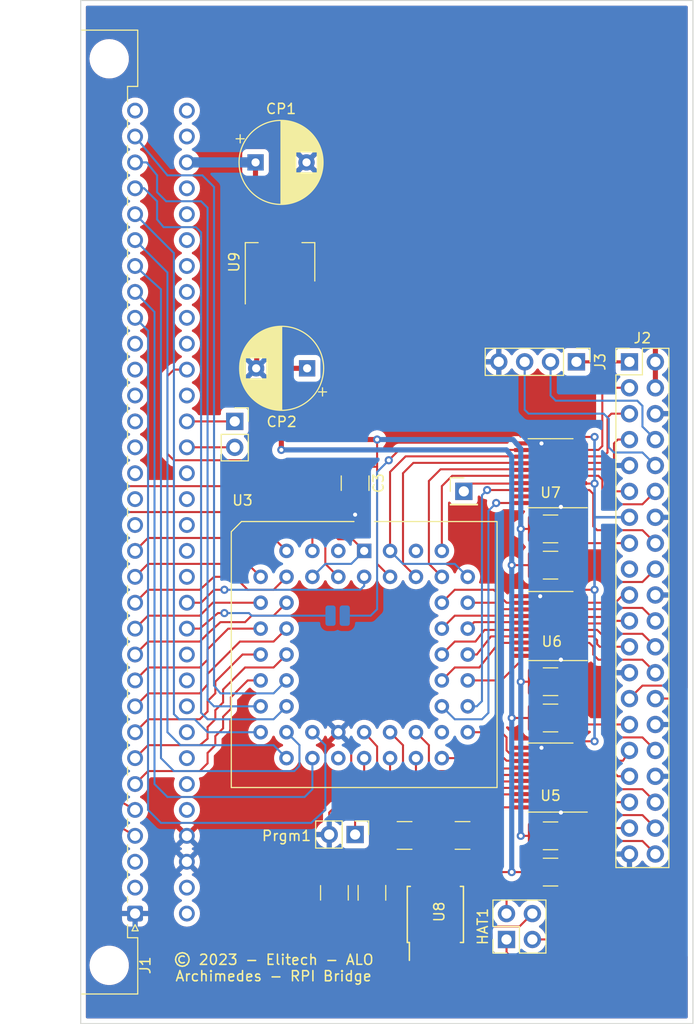
<source format=kicad_pcb>
(kicad_pcb (version 20211014) (generator pcbnew)
  (layers (0 "F.Cu" signal) (31 "B.Cu" signal) (34 "B.Paste" user) (35 "F.Paste" user) (36 "B.SilkS" user "B.Silkscreen") (37 "F.SilkS" user "F.Silkscreen") (38 "B.Mask" user) (39 "F.Mask" user) (44 "Edge.Cuts" user))
  (net 0 "")
  (net 1 "+3.3V")
  (net 2 "GND")
  (net 3 "+5V")
  (net 4 "ID_DATA")
  (net 5 "ID_CLK")
  (net 6 "{slash}PIRQ")
  (net 9 "LA13")
  (net 10 "LA12")
  (net 11 "LA11")
  (net 12 "LA10")
  (net 13 "LA09")
  (net 14 "LA08")
  (net 15 "LA07")
  (net 16 "LA06")
  (net 17 "LA05")
  (net 18 "LA04")
  (net 19 "LA03")
  (net 20 "LA02")
  (net 29 "BD7")
  (net 30 "BD6")
  (net 31 "BD5")
  (net 32 "BD4")
  (net 33 "BD3")
  (net 34 "BD2")
  (net 35 "BD1")
  (net 36 "BD0")
  (net 41 "{slash}MS")
  (net 47 "Net-(HAT1-Pad2)")
  (net 48 "PR{slash}W")
  (net 49 "{slash}WR")
  (net 50 "{slash}RD")
  (net 51 "{slash}PIFQ")
  (net 53 "I2C_C")
  (net 54 "I2C_D")
  (net 55 "{slash}EXTPS")
  (net 56 "{slash}PS")
  (net 57 "{slash}IOGT")
  (net 58 "{slash}IORQ")
  (net 59 "{slash}BL")
  (net 61 "CLK2")
  (net 62 "CLK8")
  (net 63 "REF8M")
  (net 66 "R_OE")
  (net 67 "SerTX")
  (net 68 "SerRX")
  (net 69 "RD0")
  (net 70 "RD1")
  (net 71 "RD2")
  (net 72 "RD4")
  (net 73 "RD3")
  (net 75 "RD5")
  (net 76 "RD6")
  (net 77 "R_R{slash}W")
  (net 78 "RD7")
  (net 79 "RA9")
  (net 80 "RA8")
  (net 81 "RA7")
  (net 82 "RA6")
  (net 83 "RA5")
  (net 84 "RA3")
  (net 85 "RA4")
  (net 86 "RA1")
  (net 87 "RA2")
  (net 88 "RA0")
  (net 89 "Net-(Prgm1-Pad1)")
  (net 90 "Net-(HAT1-Pad4)")
  (net 91 "{slash}RESET")
  (net 92 "{slash}R_CE")
  (net 93 "RA11")
  (net 94 "{slash}RESTART")
  (net 95 "{slash}CE_R")
  (net 96 "AR10")
  (net 97 "DR7")
  (net 98 "DR5")
  (net 99 "DR4")
  (net 100 "DR3")
  (net 101 "DR2")
  (net 102 "DR1")
  (net 103 "DR0")
  (net 104 "AR9")
  (net 105 "AR8")
  (net 106 "AR7")
  (net 107 "AR6")
  (net 108 "AR5")
  (net 109 "AR4")
  (net 110 "AR3")
  (net 111 "AR2")
  (net 112 "AR1")
  (net 113 "AR0")
  (net 114 "OE_R")
  (net 115 "RRW")
  (net 116 "DR6")
  (net 117 "RA10")
  (net 121 "AR11")
  (net 123 "SER_TX")
  (net 124 "SER_RX")
  (footprint "Resistor_SMD:R_1210_3225Metric_Pad1.30x2.65mm_HandSolder" (layer "F.Cu") (at 107.569 119.2145 180)
    (fp_text reference "R3" hide)
    (fp_text value "3.9k" hide)
    (pad "1" smd roundrect (at -1.55 0 180) (size 1.3 2.65) (layers "F.Cu" "F.Paste" "F.Mask") (roundrect_rratio 0.1923076923) (net 1 "+3.3V"))
    (pad "2" smd roundrect (at 1.55 0 180) (size 1.3 2.65) (layers "F.Cu" "F.Paste" "F.Mask") (roundrect_rratio 0.1923076923) (net 47 "Net-(HAT1-Pad2)"))
  )
  (footprint "Connector_PinHeader_2.54mm:PinHeader_1x04_P2.54mm_Vertical" (layer "F.Cu") (at 118.745 72.771 -90)
    (fp_text reference "J3" (at 0 -2.33 90) (layer "F.SilkS"))
    (fp_text value "Serial")
    (pad "1" thru_hole rect (at 0 0 270) (size 1.7 1.7) (drill 1) (layers *.Cu *.Mask) (net 1 "+3.3V"))
    (pad "2" thru_hole oval (at 0 2.54 270) (size 1.7 1.7) (drill 1) (layers *.Cu *.Mask) (net 123 "SER_TX"))
    (pad "3" thru_hole oval (at 0 5.08 270) (size 1.7 1.7) (drill 1) (layers *.Cu *.Mask) (net 124 "SER_RX"))
    (pad "4" thru_hole oval (at 0 7.62 270) (size 1.7 1.7) (drill 1) (layers *.Cu *.Mask) (net 2 "GND"))
  )
  (footprint "Connector_PinHeader_2.54mm:PinHeader_2x20_P2.54mm_Vertical" (layer "F.Cu") (at 123.947 72.776)
    (fp_text reference "J2" (at 1.27 -2.33) (layer "F.SilkS"))
    (fp_text value "RPI Connector")
    (pad "1" thru_hole rect (at 0 0) (size 1.7 1.7) (drill 1) (layers *.Cu *.Mask) (net 1 "+3.3V"))
    (pad "2" thru_hole oval (at 2.54 0) (size 1.7 1.7) (drill 1) (layers *.Cu *.Mask) (net 3 "+5V"))
    (pad "3" thru_hole oval (at 0 2.54) (size 1.7 1.7) (drill 1) (layers *.Cu *.Mask) (net 94 "{slash}RESTART"))
    (pad "4" thru_hole oval (at 2.54 2.54) (size 1.7 1.7) (drill 1) (layers *.Cu *.Mask) (net 3 "+5V"))
    (pad "5" thru_hole oval (at 0 5.08) (size 1.7 1.7) (drill 1) (layers *.Cu *.Mask) (net 92 "{slash}R_CE"))
    (pad "6" thru_hole oval (at 2.54 5.08) (size 1.7 1.7) (drill 1) (layers *.Cu *.Mask) (net 2 "GND"))
    (pad "7" thru_hole oval (at 0 7.62) (size 1.7 1.7) (drill 1) (layers *.Cu *.Mask) (net 77 "R_R{slash}W"))
    (pad "8" thru_hole oval (at 2.54 7.62) (size 1.7 1.7) (drill 1) (layers *.Cu *.Mask) (net 67 "SerTX"))
    (pad "9" thru_hole oval (at 0 10.16) (size 1.7 1.7) (drill 1) (layers *.Cu *.Mask) (net 2 "GND"))
    (pad "10" thru_hole oval (at 2.54 10.16) (size 1.7 1.7) (drill 1) (layers *.Cu *.Mask) (net 68 "SerRX"))
    (pad "11" thru_hole oval (at 0 12.7) (size 1.7 1.7) (drill 1) (layers *.Cu *.Mask) (net 93 "RA11"))
    (pad "12" thru_hole oval (at 2.54 12.7) (size 1.7 1.7) (drill 1) (layers *.Cu *.Mask) (net 117 "RA10"))
    (pad "13" thru_hole oval (at 0 15.24) (size 1.7 1.7) (drill 1) (layers *.Cu *.Mask) (net 66 "R_OE"))
    (pad "14" thru_hole oval (at 2.54 15.24) (size 1.7 1.7) (drill 1) (layers *.Cu *.Mask) (net 2 "GND"))
    (pad "15" thru_hole oval (at 0 17.78) (size 1.7 1.7) (drill 1) (layers *.Cu *.Mask) (net 80 "RA8"))
    (pad "16" thru_hole oval (at 2.54 17.78) (size 1.7 1.7) (drill 1) (layers *.Cu *.Mask) (net 79 "RA9"))
    (pad "17" thru_hole oval (at 0 20.32) (size 1.7 1.7) (drill 1) (layers *.Cu *.Mask))
    (pad "18" thru_hole oval (at 2.54 20.32) (size 1.7 1.7) (drill 1) (layers *.Cu *.Mask) (net 88 "RA0"))
    (pad "19" thru_hole oval (at 0 22.86) (size 1.7 1.7) (drill 1) (layers *.Cu *.Mask) (net 86 "RA1"))
    (pad "20" thru_hole oval (at 2.54 22.86) (size 1.7 1.7) (drill 1) (layers *.Cu *.Mask) (net 2 "GND"))
    (pad "21" thru_hole oval (at 0 25.4) (size 1.7 1.7) (drill 1) (layers *.Cu *.Mask) (net 84 "RA3"))
    (pad "22" thru_hole oval (at 2.54 25.4) (size 1.7 1.7) (drill 1) (layers *.Cu *.Mask) (net 87 "RA2"))
    (pad "23" thru_hole oval (at 0 27.94) (size 1.7 1.7) (drill 1) (layers *.Cu *.Mask) (net 83 "RA5"))
    (pad "24" thru_hole oval (at 2.54 27.94) (size 1.7 1.7) (drill 1) (layers *.Cu *.Mask) (net 85 "RA4"))
    (pad "25" thru_hole oval (at 0 30.48) (size 1.7 1.7) (drill 1) (layers *.Cu *.Mask) (net 2 "GND"))
    (pad "26" thru_hole oval (at 2.54 30.48) (size 1.7 1.7) (drill 1) (layers *.Cu *.Mask) (net 82 "RA6"))
    (pad "27" thru_hole oval (at 0 33.02) (size 1.7 1.7) (drill 1) (layers *.Cu *.Mask) (net 4 "ID_DATA"))
    (pad "28" thru_hole oval (at 2.54 33.02) (size 1.7 1.7) (drill 1) (layers *.Cu *.Mask) (net 5 "ID_CLK"))
    (pad "29" thru_hole oval (at 0 35.56) (size 1.7 1.7) (drill 1) (layers *.Cu *.Mask) (net 81 "RA7"))
    (pad "30" thru_hole oval (at 2.54 35.56) (size 1.7 1.7) (drill 1) (layers *.Cu *.Mask) (net 2 "GND"))
    (pad "31" thru_hole oval (at 0 38.1) (size 1.7 1.7) (drill 1) (layers *.Cu *.Mask) (net 76 "RD6"))
    (pad "32" thru_hole oval (at 2.54 38.1) (size 1.7 1.7) (drill 1) (layers *.Cu *.Mask) (net 78 "RD7"))
    (pad "33" thru_hole oval (at 0 40.64) (size 1.7 1.7) (drill 1) (layers *.Cu *.Mask) (net 75 "RD5"))
    (pad "34" thru_hole oval (at 2.54 40.64) (size 1.7 1.7) (drill 1) (layers *.Cu *.Mask) (net 2 "GND"))
    (pad "35" thru_hole oval (at 0 43.18) (size 1.7 1.7) (drill 1) (layers *.Cu *.Mask) (net 73 "RD3"))
    (pad "36" thru_hole oval (at 2.54 43.18) (size 1.7 1.7) (drill 1) (layers *.Cu *.Mask) (net 72 "RD4"))
    (pad "37" thru_hole oval (at 0 45.72) (size 1.7 1.7) (drill 1) (layers *.Cu *.Mask) (net 70 "RD1"))
    (pad "38" thru_hole oval (at 2.54 45.72) (size 1.7 1.7) (drill 1) (layers *.Cu *.Mask) (net 71 "RD2"))
    (pad "39" thru_hole oval (at 0 48.26) (size 1.7 1.7) (drill 1) (layers *.Cu *.Mask) (net 2 "GND"))
    (pad "40" thru_hole oval (at 2.54 48.26) (size 1.7 1.7) (drill 1) (layers *.Cu *.Mask) (net 69 "RD0"))
  )
  (footprint "Connector_Wire:SolderWirePad_1x01_SMD_1x2mm" (layer "F.Cu") (at 96.012 97.663)
    (fp_text reference "REF**" hide)
    (fp_text value "SolderWirePad_1x01_SMD_1x2mm" hide)
    (pad "1" smd roundrect (at 0 0) (size 1 2) (layers "B.Cu" "F.Paste" "F.Mask"))
  )
  (footprint "Package_SO:TSSOP-20_4.4x6.5mm_P0.65mm" (layer "F.Cu") (at 116.205 98.679 180)
    (fp_text reference "U6" (at -0.127 -1.524) (layer "F.SilkS"))
    (fp_text value "TXS0108EPW" hide)
    (pad "1" smd roundrect (at -2.8625 -2.925 180) (size 1.475 0.4) (layers "F.Cu" "F.Paste" "F.Mask") (net 81 "RA7"))
    (pad "2" smd roundrect (at -2.8625 -2.275 180) (size 1.475 0.4) (layers "F.Cu" "F.Paste" "F.Mask") (net 1 "+3.3V"))
    (pad "3" smd roundrect (at -2.8625 -1.625 180) (size 1.475 0.4) (layers "F.Cu" "F.Paste" "F.Mask") (net 82 "RA6"))
    (pad "4" smd roundrect (at -2.8625 -0.975 180) (size 1.475 0.4) (layers "F.Cu" "F.Paste" "F.Mask") (net 83 "RA5"))
    (pad "5" smd roundrect (at -2.8625 -0.325 180) (size 1.475 0.4) (layers "F.Cu" "F.Paste" "F.Mask") (net 85 "RA4"))
    (pad "6" smd roundrect (at -2.8625 0.325 180) (size 1.475 0.4) (layers "F.Cu" "F.Paste" "F.Mask") (net 84 "RA3"))
    (pad "7" smd roundrect (at -2.8625 0.975 180) (size 1.475 0.4) (layers "F.Cu" "F.Paste" "F.Mask") (net 87 "RA2"))
    (pad "8" smd roundrect (at -2.8625 1.625 180) (size 1.475 0.4) (layers "F.Cu" "F.Paste" "F.Mask") (net 86 "RA1"))
    (pad "9" smd roundrect (at -2.8625 2.275 180) (size 1.475 0.4) (layers "F.Cu" "F.Paste" "F.Mask") (net 88 "RA0"))
    (pad "10" smd roundrect (at -2.8625 2.925 180) (size 1.475 0.4) (layers "F.Cu" "F.Paste" "F.Mask") (net 66 "R_OE"))
    (pad "11" smd roundrect (at 2.8625 2.925 180) (size 1.475 0.4) (layers "F.Cu" "F.Paste" "F.Mask") (net 2 "GND"))
    (pad "12" smd roundrect (at 2.8625 2.275 180) (size 1.475 0.4) (layers "F.Cu" "F.Paste" "F.Mask") (net 113 "AR0"))
    (pad "13" smd roundrect (at 2.8625 1.625 180) (size 1.475 0.4) (layers "F.Cu" "F.Paste" "F.Mask") (net 112 "AR1"))
    (pad "14" smd roundrect (at 2.8625 0.975 180) (size 1.475 0.4) (layers "F.Cu" "F.Paste" "F.Mask") (net 111 "AR2"))
    (pad "15" smd roundrect (at 2.8625 0.325 180) (size 1.475 0.4) (layers "F.Cu" "F.Paste" "F.Mask") (net 110 "AR3"))
    (pad "16" smd roundrect (at 2.8625 -0.325 180) (size 1.475 0.4) (layers "F.Cu" "F.Paste" "F.Mask") (net 109 "AR4"))
    (pad "17" smd roundrect (at 2.8625 -0.975 180) (size 1.475 0.4) (layers "F.Cu" "F.Paste" "F.Mask") (net 108 "AR5"))
    (pad "18" smd roundrect (at 2.8625 -1.625 180) (size 1.475 0.4) (layers "F.Cu" "F.Paste" "F.Mask") (net 107 "AR6"))
    (pad "19" smd roundrect (at 2.8625 -2.275 180) (size 1.475 0.4) (layers "F.Cu" "F.Paste" "F.Mask") (net 3 "+5V"))
    (pad "20" smd roundrect (at 2.8625 -2.925 180) (size 1.475 0.4) (layers "F.Cu" "F.Paste" "F.Mask") (net 106 "AR7"))
  )
  (footprint "Capacitor_SMD:C_1210_3225Metric_Pad1.33x2.70mm_HandSolder" (layer "F.Cu") (at 94.996 124.841 -90)
    (fp_text reference "C2" hide)
    (fp_text value "100n" hide)
    (pad "1" smd roundrect (at -1.5625 0 270) (size 1.325 2.7) (layers "F.Cu" "F.Paste" "F.Mask") (roundrect_rratio 0.1886792453) (net 1 "+3.3V"))
    (pad "2" smd roundrect (at 1.5625 0 270) (size 1.325 2.7) (layers "F.Cu" "F.Paste" "F.Mask") (roundrect_rratio 0.1886792453) (net 2 "GND"))
  )
  (footprint "Package_SO:SOIC-8W_5.3x5.3mm_P1.27mm" (layer "F.Cu") (at 104.902 126.9615 90)
    (fp_text reference "U8" (at 0.254 0.381 90) (layer "F.SilkS"))
    (fp_text value "24C128" hide)
    (pad "1" smd rect (at -3.65 -1.905 90) (size 1.7 0.65) (layers "F.Cu" "F.Paste" "F.Mask") (net 2 "GND"))
    (pad "2" smd rect (at -3.65 -0.635 90) (size 1.7 0.65) (layers "F.Cu" "F.Paste" "F.Mask") (net 2 "GND"))
    (pad "3" smd rect (at -3.65 0.635 90) (size 1.7 0.65) (layers "F.Cu" "F.Paste" "F.Mask") (net 2 "GND"))
    (pad "4" smd rect (at -3.65 1.905 90) (size 1.7 0.65) (layers "F.Cu" "F.Paste" "F.Mask") (net 2 "GND"))
    (pad "5" smd rect (at 3.65 1.905 90) (size 1.7 0.65) (layers "F.Cu" "F.Paste" "F.Mask") (net 47 "Net-(HAT1-Pad2)"))
    (pad "6" smd rect (at 3.65 0.635 90) (size 1.7 0.65) (layers "F.Cu" "F.Paste" "F.Mask") (net 90 "Net-(HAT1-Pad4)"))
    (pad "7" smd rect (at 3.65 -0.635 90) (size 1.7 0.65) (layers "F.Cu" "F.Paste" "F.Mask") (net 89 "Net-(Prgm1-Pad1)"))
    (pad "8" smd rect (at 3.65 -1.905 90) (size 1.7 0.65) (layers "F.Cu" "F.Paste" "F.Mask") (net 1 "+3.3V"))
  )
  (footprint "Connector_Wire:SolderWirePad_1x01_SMD_1x2mm" (layer "F.Cu") (at 94.615 97.663)
    (fp_text reference "REF**" hide)
    (fp_text value "SolderWirePad_1x01_SMD_1x2mm" hide)
    (pad "1" smd roundrect (at 0 0) (size 1 2) (layers "B.Cu" "F.Paste" "F.Mask"))
  )
  (footprint "Package_SO:TSSOP-20_4.4x6.5mm_P0.65mm" (layer "F.Cu") (at 116.205 113.538 180)
    (fp_text reference "U5" (at 0 -1.778) (layer "F.SilkS"))
    (fp_text value "TXS0108EPW" hide)
    (pad "1" smd roundrect (at -2.8625 -2.925 180) (size 1.475 0.4) (layers "F.Cu" "F.Paste" "F.Mask") (net 69 "RD0"))
    (pad "2" smd roundrect (at -2.8625 -2.275 180) (size 1.475 0.4) (layers "F.Cu" "F.Paste" "F.Mask") (net 1 "+3.3V"))
    (pad "3" smd roundrect (at -2.8625 -1.625 180) (size 1.475 0.4) (layers "F.Cu" "F.Paste" "F.Mask") (net 70 "RD1"))
    (pad "4" smd roundrect (at -2.8625 -0.975 180) (size 1.475 0.4) (layers "F.Cu" "F.Paste" "F.Mask") (net 71 "RD2"))
    (pad "5" smd roundrect (at -2.8625 -0.325 180) (size 1.475 0.4) (layers "F.Cu" "F.Paste" "F.Mask") (net 73 "RD3"))
    (pad "6" smd roundrect (at -2.8625 0.325 180) (size 1.475 0.4) (layers "F.Cu" "F.Paste" "F.Mask") (net 72 "RD4"))
    (pad "7" smd roundrect (at -2.8625 0.975 180) (size 1.475 0.4) (layers "F.Cu" "F.Paste" "F.Mask") (net 75 "RD5"))
    (pad "8" smd roundrect (at -2.8625 1.625 180) (size 1.475 0.4) (layers "F.Cu" "F.Paste" "F.Mask") (net 76 "RD6"))
    (pad "9" smd roundrect (at -2.8625 2.275 180) (size 1.475 0.4) (layers "F.Cu" "F.Paste" "F.Mask") (net 78 "RD7"))
    (pad "10" smd roundrect (at -2.8625 2.925 180) (size 1.475 0.4) (layers "F.Cu" "F.Paste" "F.Mask") (net 66 "R_OE"))
    (pad "11" smd roundrect (at 2.8625 2.925 180) (size 1.475 0.4) (layers "F.Cu" "F.Paste" "F.Mask") (net 2 "GND"))
    (pad "12" smd roundrect (at 2.8625 2.275 180) (size 1.475 0.4) (layers "F.Cu" "F.Paste" "F.Mask") (net 97 "DR7"))
    (pad "13" smd roundrect (at 2.8625 1.625 180) (size 1.475 0.4) (layers "F.Cu" "F.Paste" "F.Mask") (net 116 "DR6"))
    (pad "14" smd roundrect (at 2.8625 0.975 180) (size 1.475 0.4) (layers "F.Cu" "F.Paste" "F.Mask") (net 98 "DR5"))
    (pad "15" smd roundrect (at 2.8625 0.325 180) (size 1.475 0.4) (layers "F.Cu" "F.Paste" "F.Mask") (net 99 "DR4"))
    (pad "16" smd roundrect (at 2.8625 -0.325 180) (size 1.475 0.4) (layers "F.Cu" "F.Paste" "F.Mask") (net 100 "DR3"))
    (pad "17" smd roundrect (at 2.8625 -0.975 180) (size 1.475 0.4) (layers "F.Cu" "F.Paste" "F.Mask") (net 101 "DR2"))
    (pad "18" smd roundrect (at 2.8625 -1.625 180) (size 1.475 0.4) (layers "F.Cu" "F.Paste" "F.Mask") (net 102 "DR1"))
    (pad "19" smd roundrect (at 2.8625 -2.275 180) (size 1.475 0.4) (layers "F.Cu" "F.Paste" "F.Mask") (net 3 "+5V"))
    (pad "20" smd roundrect (at 2.8625 -2.925 180) (size 1.475 0.4) (layers "F.Cu" "F.Paste" "F.Mask") (net 103 "DR0"))
  )
  (footprint "Package_TO_SOT_SMD:SOT-223-3_TabPin2" (layer "F.Cu") (at 89.662 62.992 90)
    (fp_text reference "U9" (at 0 -4.5 90) (layer "F.SilkS"))
    (fp_text value "LM1117-3.3")
    (pad "1" smd rect (at -3.15 -2.3 90) (size 2 1.5) (layers "F.Cu" "F.Paste" "F.Mask") (net 2 "GND"))
    (pad "2" smd rect (at -3.15 0 90) (size 2 1.5) (layers "F.Cu" "F.Paste" "F.Mask") (net 1 "+3.3V"))
    (pad "2" smd rect (at 3.15 0 90) (size 2 3.8) (layers "F.Cu" "F.Paste" "F.Mask") (net 1 "+3.3V"))
    (pad "3" smd rect (at -3.15 2.3 90) (size 2 1.5) (layers "F.Cu" "F.Paste" "F.Mask") (net 3 "+5V"))
  )
  (footprint "Resistor_SMD:R_1210_3225Metric_Pad1.30x2.65mm_HandSolder" (layer "F.Cu") (at 101.88 119.2145)
    (fp_text reference "R2" hide)
    (fp_text value "3,9k" hide)
    (pad "1" smd roundrect (at -1.55 0) (size 1.3 2.65) (layers "F.Cu" "F.Paste" "F.Mask") (roundrect_rratio 0.1923076923) (net 1 "+3.3V"))
    (pad "2" smd roundrect (at 1.55 0) (size 1.3 2.65) (layers "F.Cu" "F.Paste" "F.Mask") (roundrect_rratio 0.1923076923) (net 89 "Net-(Prgm1-Pad1)"))
  )
  (footprint "Resistor_SMD:R_1210_3225Metric_Pad1.30x2.65mm_HandSolder" (layer "F.Cu") (at 98.679 124.841 -90)
    (fp_text reference "R4" hide)
    (fp_text value "3.9k" hide)
    (pad "1" smd roundrect (at -1.55 0 270) (size 1.3 2.65) (layers "F.Cu" "F.Paste" "F.Mask") (roundrect_rratio 0.1923076923) (net 1 "+3.3V"))
    (pad "2" smd roundrect (at 1.55 0 270) (size 1.3 2.65) (layers "F.Cu" "F.Paste" "F.Mask") (roundrect_rratio 0.1923076923) (net 90 "Net-(HAT1-Pad4)"))
  )
  (footprint "Package_SO:TSSOP-20_4.4x6.5mm_P0.65mm" (layer "F.Cu") (at 116.205 83.693 180)
    (fp_text reference "U7" (at 0 -1.905) (layer "F.SilkS"))
    (fp_text value "TXS0108EPW" hide)
    (pad "1" smd roundrect (at -2.8625 -2.925 180) (size 1.475 0.4) (layers "F.Cu" "F.Paste" "F.Mask") (net 80 "RA8"))
    (pad "2" smd roundrect (at -2.8625 -2.275 180) (size 1.475 0.4) (layers "F.Cu" "F.Paste" "F.Mask") (net 1 "+3.3V"))
    (pad "3" smd roundrect (at -2.8625 -1.625 180) (size 1.475 0.4) (layers "F.Cu" "F.Paste" "F.Mask") (net 79 "RA9"))
    (pad "4" smd roundrect (at -2.8625 -0.975 180) (size 1.475 0.4) (layers "F.Cu" "F.Paste" "F.Mask") (net 66 "R_OE"))
    (pad "5" smd roundrect (at -2.8625 -0.325 180) (size 1.475 0.4) (layers "F.Cu" "F.Paste" "F.Mask") (net 117 "RA10"))
    (pad "6" smd roundrect (at -2.8625 0.325 180) (size 1.475 0.4) (layers "F.Cu" "F.Paste" "F.Mask") (net 93 "RA11"))
    (pad "7" smd roundrect (at -2.8625 0.975 180) (size 1.475 0.4) (layers "F.Cu" "F.Paste" "F.Mask") (net 77 "R_R{slash}W"))
    (pad "8" smd roundrect (at -2.8625 1.625 180) (size 1.475 0.4) (layers "F.Cu" "F.Paste" "F.Mask") (net 92 "{slash}R_CE"))
    (pad "9" smd roundrect (at -2.8625 2.275 180) (size 1.475 0.4) (layers "F.Cu" "F.Paste" "F.Mask") (net 94 "{slash}RESTART"))
    (pad "10" smd roundrect (at -2.8625 2.925 180) (size 1.475 0.4) (layers "F.Cu" "F.Paste" "F.Mask") (net 66 "R_OE"))
    (pad "11" smd roundrect (at 2.8625 2.925 180) (size 1.475 0.4) (layers "F.Cu" "F.Paste" "F.Mask") (net 2 "GND"))
    (pad "12" smd roundrect (at 2.8625 2.275 180) (size 1.475 0.4) (layers "F.Cu" "F.Paste" "F.Mask") (net 91 "{slash}RESET"))
    (pad "13" smd roundrect (at 2.8625 1.625 180) (size 1.475 0.4) (layers "F.Cu" "F.Paste" "F.Mask") (net 95 "{slash}CE_R"))
    (pad "14" smd roundrect (at 2.8625 0.975 180) (size 1.475 0.4) (layers "F.Cu" "F.Paste" "F.Mask") (net 115 "RRW"))
    (pad "15" smd roundrect (at 2.8625 0.325 180) (size 1.475 0.4) (layers "F.Cu" "F.Paste" "F.Mask") (net 121 "AR11"))
    (pad "16" smd roundrect (at 2.8625 -0.325 180) (size 1.475 0.4) (layers "F.Cu" "F.Paste" "F.Mask") (net 96 "AR10"))
    (pad "17" smd roundrect (at 2.8625 -0.975 180) (size 1.475 0.4) (layers "F.Cu" "F.Paste" "F.Mask") (net 114 "OE_R"))
    (pad "18" smd roundrect (at 2.8625 -1.625 180) (size 1.475 0.4) (layers "F.Cu" "F.Paste" "F.Mask") (net 104 "AR9"))
    (pad "19" smd roundrect (at 2.8625 -2.275 180) (size 1.475 0.4) (layers "F.Cu" "F.Paste" "F.Mask") (net 3 "+5V"))
    (pad "20" smd roundrect (at 2.8625 -2.925 180) (size 1.475 0.4) (layers "F.Cu" "F.Paste" "F.Mask") (net 105 "AR8"))
  )
  (footprint "Connector_DIN:DIN41612_R_2x32_Male_Horizontal_THT" (layer "F.Cu") (at 75.438 126.873 90)
    (fp_text reference "J1" (at -5.08 1 90) (layer "F.SilkS"))
    (fp_text value "Podule connector")
    (pad "" np_thru_hole circle (at -5.08 -2.54 90) (size 2.85 2.85) (drill 2.85) (layers *.Cu *.Mask))
    (pad "" np_thru_hole circle (at 83.82 -2.54 90) (size 2.85 2.85) (drill 2.85) (layers *.Cu *.Mask))
    (pad "a1" thru_hole roundrect (at 0 0 90) (size 1.55 1.55) (drill 1) (layers *.Cu *.Mask) (roundrect_rratio 0.1612896774) (net 2 "GND"))
    (pad "a2" thru_hole circle (at 2.54 0 90) (size 1.55 1.55) (drill 1) (layers *.Cu *.Mask))
    (pad "a3" thru_hole circle (at 5.08 0 90) (size 1.55 1.55) (drill 1) (layers *.Cu *.Mask))
    (pad "a4" thru_hole circle (at 7.62 0 90) (size 1.55 1.55) (drill 1) (layers *.Cu *.Mask) (net 9 "LA13"))
    (pad "a5" thru_hole circle (at 10.16 0 90) (size 1.55 1.55) (drill 1) (layers *.Cu *.Mask) (net 10 "LA12"))
    (pad "a6" thru_hole circle (at 12.7 0 90) (size 1.55 1.55) (drill 1) (layers *.Cu *.Mask) (net 11 "LA11"))
    (pad "a7" thru_hole circle (at 15.24 0 90) (size 1.55 1.55) (drill 1) (layers *.Cu *.Mask) (net 12 "LA10"))
    (pad "a8" thru_hole circle (at 17.78 0 90) (size 1.55 1.55) (drill 1) (layers *.Cu *.Mask) (net 13 "LA09"))
    (pad "a9" thru_hole circle (at 20.32 0 90) (size 1.55 1.55) (drill 1) (layers *.Cu *.Mask) (net 14 "LA08"))
    (pad "a10" thru_hole circle (at 22.86 0 90) (size 1.55 1.55) (drill 1) (layers *.Cu *.Mask) (net 15 "LA07"))
    (pad "a11" thru_hole circle (at 25.4 0 90) (size 1.55 1.55) (drill 1) (layers *.Cu *.Mask) (net 16 "LA06"))
    (pad "a12" thru_hole circle (at 27.94 0 90) (size 1.55 1.55) (drill 1) (layers *.Cu *.Mask) (net 17 "LA05"))
    (pad "a13" thru_hole circle (at 30.48 0 90) (size 1.55 1.55) (drill 1) (layers *.Cu *.Mask) (net 18 "LA04"))
    (pad "a14" thru_hole circle (at 33.02 0 90) (size 1.55 1.55) (drill 1) (layers *.Cu *.Mask) (net 19 "LA03"))
    (pad "a15" thru_hole circle (at 35.56 0 90) (size 1.55 1.55) (drill 1) (layers *.Cu *.Mask) (net 20 "LA02"))
    (pad "a16" thru_hole circle (at 38.1 0 90) (size 1.55 1.55) (drill 1) (layers *.Cu *.Mask))
    (pad "a17" thru_hole circle (at 40.64 0 90) (size 1.55 1.55) (drill 1) (layers *.Cu *.Mask))
    (pad "a18" thru_hole circle (at 43.18 0 90) (size 1.55 1.55) (drill 1) (layers *.Cu *.Mask))
    (pad "a19" thru_hole circle (at 45.72 0 90) (size 1.55 1.55) (drill 1) (layers *.Cu *.Mask))
    (pad "a20" thru_hole circle (at 48.26 0 90) (size 1.55 1.55) (drill 1) (layers *.Cu *.Mask))
    (pad "a21" thru_hole circle (at 50.8 0 90) (size 1.55 1.55) (drill 1) (layers *.Cu *.Mask))
    (pad "a22" thru_hole circle (at 53.34 0 90) (size 1.55 1.55) (drill 1) (layers *.Cu *.Mask))
    (pad "a23" thru_hole circle (at 55.88 0 90) (size 1.55 1.55) (drill 1) (layers *.Cu *.Mask))
    (pad "a24" thru_hole circle (at 58.42 0 90) (size 1.55 1.55) (drill 1) (layers *.Cu *.Mask) (net 29 "BD7"))
    (pad "a25" thru_hole circle (at 60.96 0 90) (size 1.55 1.55) (drill 1) (layers *.Cu *.Mask) (net 30 "BD6"))
    (pad "a26" thru_hole circle (at 63.5 0 90) (size 1.55 1.55) (drill 1) (layers *.Cu *.Mask) (net 31 "BD5"))
    (pad "a27" thru_hole circle (at 66.04 0 90) (size 1.55 1.55) (drill 1) (layers *.Cu *.Mask) (net 32 "BD4"))
    (pad "a28" thru_hole circle (at 68.58 0 90) (size 1.55 1.55) (drill 1) (layers *.Cu *.Mask) (net 33 "BD3"))
    (pad "a29" thru_hole circle (at 71.12 0 90) (size 1.55 1.55) (drill 1) (layers *.Cu *.Mask) (net 34 "BD2"))
    (pad "a30" thru_hole circle (at 73.66 0 90) (size 1.55 1.55) (drill 1) (layers *.Cu *.Mask) (net 35 "BD1"))
    (pad "a31" thru_hole circle (at 76.2 0 90) (size 1.55 1.55) (drill 1) (layers *.Cu *.Mask) (net 36 "BD0"))
    (pad "a32" thru_hole circle (at 78.74 0 90) (size 1.55 1.55) (drill 1) (layers *.Cu *.Mask))
    (pad "c1" thru_hole circle (at 0 5.08 90) (size 1.55 1.55) (drill 1) (layers *.Cu *.Mask))
    (pad "c2" thru_hole circle (at 2.54 5.08 90) (size 1.55 1.55) (drill 1) (layers *.Cu *.Mask))
    (pad "c3" thru_hole circle (at 5.08 5.08 90) (size 1.55 1.55) (drill 1) (layers *.Cu *.Mask) (net 2 "GND"))
    (pad "c4" thru_hole circle (at 7.62 5.08 90) (size 1.55 1.55) (drill 1) (layers *.Cu *.Mask) (net 2 "GND"))
    (pad "c5" thru_hole circle (at 10.16 5.08 90) (size 1.55 1.55) (drill 1) (layers *.Cu *.Mask))
    (pad "c6" thru_hole circle (at 12.7 5.08 90) (size 1.55 1.55) (drill 1) (layers *.Cu *.Mask) (net 41 "{slash}MS"))
    (pad "c7" thru_hole circle (at 15.24 5.08 90) (size 1.55 1.55) (drill 1) (layers *.Cu *.Mask))
    (pad "c8" thru_hole circle (at 17.78 5.08 90) (size 1.55 1.55) (drill 1) (layers *.Cu *.Mask))
    (pad "c9" thru_hole circle (at 20.32 5.08 90) (size 1.55 1.55) (drill 1) (layers *.Cu *.Mask))
    (pad "c10" thru_hole circle (at 22.86 5.08 90) (size 1.55 1.55) (drill 1) (layers *.Cu *.Mask))
    (pad "c11" thru_hole circle (at 25.4 5.08 90) (size 1.55 1.55) (drill 1) (layers *.Cu *.Mask))
    (pad "c12" thru_hole circle (at 27.94 5.08 90) (size 1.55 1.55) (drill 1) (layers *.Cu *.Mask) (net 91 "{slash}RESET"))
    (pad "c13" thru_hole circle (at 30.48 5.08 90) (size 1.55 1.55) (drill 1) (layers *.Cu *.Mask) (net 48 "PR{slash}W"))
    (pad "c14" thru_hole circle (at 33.02 5.08 90) (size 1.55 1.55) (drill 1) (layers *.Cu *.Mask) (net 49 "{slash}WR"))
    (pad "c15" thru_hole circle (at 35.56 5.08 90) (size 1.55 1.55) (drill 1) (layers *.Cu *.Mask) (net 50 "{slash}RD"))
    (pad "c16" thru_hole circle (at 38.1 5.08 90) (size 1.55 1.55) (drill 1) (layers *.Cu *.Mask) (net 6 "{slash}PIRQ"))
    (pad "c17" thru_hole circle (at 40.64 5.08 90) (size 1.55 1.55) (drill 1) (layers *.Cu *.Mask) (net 51 "{slash}PIFQ"))
    (pad "c18" thru_hole circle (at 43.18 5.08 90) (size 1.55 1.55) (drill 1) (layers *.Cu *.Mask))
    (pad "c19" thru_hole circle (at 45.72 5.08 90) (size 1.55 1.55) (drill 1) (layers *.Cu *.Mask) (net 53 "I2C_C"))
    (pad "c20" thru_hole circle (at 48.26 5.08 90) (size 1.55 1.55) (drill 1) (layers *.Cu *.Mask) (net 54 "I2C_D"))
    (pad "c21" thru_hole circle (at 50.8 5.08 90) (size 1.55 1.55) (drill 1) (layers *.Cu *.Mask) (net 55 "{slash}EXTPS"))
    (pad "c22" thru_hole circle (at 53.34 5.08 90) (size 1.55 1.55) (drill 1) (layers *.Cu *.Mask) (net 56 "{slash}PS"))
    (pad "c23" thru_hole circle (at 55.88 5.08 90) (size 1.55 1.55) (drill 1) (layers *.Cu *.Mask) (net 57 "{slash}IOGT"))
    (pad "c24" thru_hole circle (at 58.42 5.08 90) (size 1.55 1.55) (drill 1) (layers *.Cu *.Mask) (net 58 "{slash}IORQ"))
    (pad "c25" thru_hole circle (at 60.96 5.08 90) (size 1.55 1.55) (drill 1) (layers *.Cu *.Mask) (net 59 "{slash}BL"))
    (pad "c26" thru_hole circle (at 63.5 5.08 90) (size 1.55 1.55) (drill 1) (layers *.Cu *.Mask))
    (pad "c27" thru_hole circle (at 66.04 5.08 90) (size 1.55 1.55) (drill 1) (layers *.Cu *.Mask) (net 61 "CLK2"))
    (pad "c28" thru_hole circle (at 68.58 5.08 90) (size 1.55 1.55) (drill 1) (layers *.Cu *.Mask) (net 62 "CLK8"))
    (pad "c29" thru_hole circle (at 71.12 5.08 90) (size 1.55 1.55) (drill 1) (layers *.Cu *.Mask) (net 63 "REF8M"))
    (pad "c30" thru_hole circle (at 73.66 5.08 90) (size 1.55 1.55) (drill 1) (layers *.Cu *.Mask) (net 3 "+5V"))
    (pad "c31" thru_hole circle (at 76.2 5.08 90) (size 1.55 1.55) (drill 1) (layers *.Cu *.Mask))
    (pad "c32" thru_hole circle (at 78.74 5.08 90) (size 1.55 1.55) (drill 1) (layers *.Cu *.Mask))
  )
  (footprint "Capacitor_SMD:C_1210_3225Metric_Pad1.33x2.70mm_HandSolder" (layer "F.Cu") (at 97.028 84.6705 -90)
    (fp_text reference "C3" (at 0 -2.3 90) (layer "F.SilkS"))
    (fp_text value "100n" hide)
    (pad "1" smd roundrect (at -1.5625 0 270) (size 1.325 2.7) (layers "F.Cu" "F.Paste" "F.Mask") (roundrect_rratio 0.1886792453) (net 3 "+5V"))
    (pad "2" smd roundrect (at 1.5625 0 270) (size 1.325 2.7) (layers "F.Cu" "F.Paste" "F.Mask") (roundrect_rratio 0.1886792453) (net 2 "GND"))
  )
  (footprint "Capacitor_THT:CP_Radial_D8.0mm_P5.00mm" (layer "F.Cu") (at 92.318651 73.406 180)
    (fp_text reference "CP2" (at 2.5 -5.25) (layer "F.SilkS"))
    (fp_text value "22µ")
    (pad "1" thru_hole rect (at 0 0 180) (size 1.6 1.6) (drill 0.8) (layers *.Cu *.Mask) (net 1 "+3.3V"))
    (pad "2" thru_hole circle (at 5 0 180) (size 1.6 1.6) (drill 0.8) (layers *.Cu *.Mask) (net 2 "GND"))
  )
  (footprint "Capacitor_SMD:C_1210_3225Metric_Pad1.33x2.70mm_HandSolder" (layer "F.Cu") (at 116.205 104.14)
    (fp_text reference "C7" hide)
    (fp_text value "100n" hide)
    (pad "1" smd roundrect (at -1.5625 0) (size 1.325 2.7) (layers "F.Cu" "F.Paste" "F.Mask") (roundrect_rratio 0.1886792453) (net 3 "+5V"))
    (pad "2" smd roundrect (at 1.5625 0) (size 1.325 2.7) (layers "F.Cu" "F.Paste" "F.Mask") (roundrect_rratio 0.1886792453) (net 2 "GND"))
  )
  (footprint "Connector_PinHeader_2.54mm:PinHeader_1x01_P2.54mm_Vertical" (layer "F.Cu") (at 107.696 85.471)
    (fp_text reference "REF**" hide)
    (fp_text value "test" hide)
    (pad "1" thru_hole rect (at 0 0) (size 1.7 1.7) (drill 1) (layers *.Cu *.Mask))
  )
  (footprint "Capacitor_SMD:C_1210_3225Metric_Pad1.33x2.70mm_HandSolder" (layer "F.Cu") (at 116.205 92.71)
    (fp_text reference "C9" hide)
    (fp_text value "100n" hide)
    (pad "1" smd roundrect (at -1.5625 0) (size 1.325 2.7) (layers "F.Cu" "F.Paste" "F.Mask") (roundrect_rratio 0.1886792453) (net 1 "+3.3V"))
    (pad "2" smd roundrect (at 1.5625 0) (size 1.325 2.7) (layers "F.Cu" "F.Paste" "F.Mask") (roundrect_rratio 0.1886792453) (net 2 "GND"))
  )
  (footprint "Capacitor_SMD:C_1210_3225Metric_Pad1.33x2.70mm_HandSolder" (layer "F.Cu") (at 116.205 107.696)
    (fp_text reference "C10" hide)
    (fp_text value "100n" hide)
    (pad "1" smd roundrect (at -1.5625 0) (size 1.325 2.7) (layers "F.Cu" "F.Paste" "F.Mask") (roundrect_rratio 0.1886792453) (net 1 "+3.3V"))
    (pad "2" smd roundrect (at 1.5625 0) (size 1.325 2.7) (layers "F.Cu" "F.Paste" "F.Mask") (roundrect_rratio 0.1886792453) (net 2 "GND"))
  )
  (footprint "Connector_PinHeader_2.54mm:PinHeader_1x02_P2.54mm_Vertical" (layer "F.Cu") (at 97.028 119.126 -90)
    (fp_text reference "Prgm1" (at 0.127 6.731) (layer "F.SilkS"))
    (fp_text value "Prgm" hide)
    (pad "1" thru_hole rect (at 0 0 270) (size 1.7 1.7) (drill 1) (layers *.Cu *.Mask) (net 89 "Net-(Prgm1-Pad1)"))
    (pad "2" thru_hole oval (at 0 2.54 270) (size 1.7 1.7) (drill 1) (layers *.Cu *.Mask) (net 2 "GND"))
  )
  (footprint "Connector_PinHeader_2.54mm:PinHeader_2x02_P2.54mm_Vertical" (layer "F.Cu") (at 111.882 129.418 90)
    (fp_text reference "HAT1" (at 1.27 -2.33 90) (layer "F.SilkS"))
    (fp_text value "Conn_02x02_Odd_Even" hide)
    (pad "1" thru_hole rect (at 0 0 90) (size 1.7 1.7) (drill 1) (layers *.Cu *.Mask) (net 4 "ID_DATA"))
    (pad "2" thru_hole oval (at 2.54 0 90) (size 1.7 1.7) (drill 1) (layers *.Cu *.Mask) (net 47 "Net-(HAT1-Pad2)"))
    (pad "3" thru_hole oval (at 0 2.54 90) (size 1.7 1.7) (drill 1) (layers *.Cu *.Mask) (net 5 "ID_CLK"))
    (pad "4" thru_hole oval (at 2.54 2.54 90) (size 1.7 1.7) (drill 1) (layers *.Cu *.Mask) (net 90 "Net-(HAT1-Pad4)"))
  )
  (footprint "Capacitor_SMD:C_1210_3225Metric_Pad1.33x2.70mm_HandSolder" (layer "F.Cu") (at 116.205 119.253)
    (fp_text reference "C6" hide)
    (fp_text value "100n" hide)
    (pad "1" smd roundrect (at -1.5625 0) (size 1.325 2.7) (layers "F.Cu" "F.Paste" "F.Mask") (roundrect_rratio 0.1886792453) (net 3 "+5V"))
    (pad "2" smd roundrect (at 1.5625 0) (size 1.325 2.7) (layers "F.Cu" "F.Paste" "F.Mask") (roundrect_rratio 0.1886792453) (net 2 "GND"))
  )
  (footprint "Capacitor_SMD:C_1210_3225Metric_Pad1.33x2.70mm_HandSolder" (layer "F.Cu") (at 116.205 122.809)
    (fp_text reference "C11" hide)
    (fp_text value "100n" hide)
    (pad "1" smd roundrect (at -1.5625 0) (size 1.325 2.7) (layers "F.Cu" "F.Paste" "F.Mask") (roundrect_rratio 0.1886792453) (net 1 "+3.3V"))
    (pad "2" smd roundrect (at 1.5625 0) (size 1.325 2.7) (layers "F.Cu" "F.Paste" "F.Mask") (roundrect_rratio 0.1886792453) (net 2 "GND"))
  )
  (footprint "Capacitor_SMD:C_1210_3225Metric_Pad1.33x2.70mm_HandSolder" (layer "F.Cu") (at 116.205 89.154)
    (fp_text reference "C8" hide)
    (fp_text value "100n" hide)
    (pad "1" smd roundrect (at -1.5625 0) (size 1.325 2.7) (layers "F.Cu" "F.Paste" "F.Mask") (roundrect_rratio 0.1886792453) (net 3 "+5V"))
    (pad "2" smd roundrect (at 1.5625 0) (size 1.325 2.7) (layers "F.Cu" "F.Paste" "F.Mask") (roundrect_rratio 0.1886792453) (net 2 "GND"))
  )
  (footprint "Capacitor_THT:CP_Radial_D8.0mm_P5.00mm" (layer "F.Cu") (at 87.259349 53.213)
    (fp_text reference "CP1" (at 2.5 -5.25) (layer "F.SilkS"))
    (fp_text value "10µ")
    (pad "1" thru_hole rect (at 0 0) (size 1.6 1.6) (drill 0.8) (layers *.Cu *.Mask) (net 3 "+5V"))
    (pad "2" thru_hole circle (at 5 0) (size 1.6 1.6) (drill 0.8) (layers *.Cu *.Mask) (net 2 "GND"))
  )
  (footprint "Connector_PinSocket_2.54mm:PinSocket_1x02_P2.54mm_Vertical" (layer "F.Cu") (at 85.217 78.613)
    (fp_text reference "REF**" hide)
    (fp_text value "I2C")
    (pad "1" thru_hole rect (at 0 0) (size 1.7 1.7) (drill 1) (layers *.Cu *.Mask))
    (pad "2" thru_hole oval (at 0 2.54) (size 1.7 1.7) (drill 1) (layers *.Cu *.Mask))
  )
  (footprint "Package_LCC:PLCC-52_THT-Socket" (layer "F.Cu") (at 97.917 91.313)
    (fp_text reference "U3" (at -11.938 -4.953) (layer "F.SilkS"))
    (fp_text value "IDT7134-PLCC52")
    (pad "1" thru_hole rect (at 0 0) (size 1.4224 1.4224) (drill 0.8) (layers *.Cu *.Mask) (net 56 "{slash}PS"))
    (pad "2" thru_hole circle (at 0 2.54) (size 1.4224 1.4224) (drill 0.8) (layers *.Cu *.Mask) (net 48 "PR{slash}W"))
    (pad "3" thru_hole circle (at -2.54 0) (size 1.4224 1.4224) (drill 0.8) (layers *.Cu *.Mask))
    (pad "4" thru_hole circle (at -2.54 2.54) (size 1.4224 1.4224) (drill 0.8) (layers *.Cu *.Mask) (net 9 "LA13"))
    (pad "5" thru_hole circle (at -5.08 0) (size 1.4224 1.4224) (drill 0.8) (layers *.Cu *.Mask) (net 10 "LA12"))
    (pad "6" thru_hole circle (at -5.08 2.54) (size 1.4224 1.4224) (drill 0.8) (layers *.Cu *.Mask) (net 56 "{slash}PS"))
    (pad "7" thru_hole circle (at -7.62 0) (size 1.4224 1.4224) (drill 0.8) (layers *.Cu *.Mask) (net 20 "LA02"))
    (pad "8" thru_hole circle (at -10.16 2.54) (size 1.4224 1.4224) (drill 0.8) (layers *.Cu *.Mask) (net 19 "LA03"))
    (pad "9" thru_hole circle (at -7.62 2.54) (size 1.4224 1.4224) (drill 0.8) (layers *.Cu *.Mask) (net 18 "LA04"))
    (pad "10" thru_hole circle (at -10.16 5.08) (size 1.4224 1.4224) (drill 0.8) (layers *.Cu *.Mask) (net 17 "LA05"))
    (pad "11" thru_hole circle (at -7.62 5.08) (size 1.4224 1.4224) (drill 0.8) (layers *.Cu *.Mask) (net 16 "LA06"))
    (pad "12" thru_hole circle (at -10.16 7.62) (size 1.4224 1.4224) (drill 0.8) (layers *.Cu *.Mask) (net 15 "LA07"))
    (pad "13" thru_hole circle (at -7.62 7.62) (size 1.4224 1.4224) (drill 0.8) (layers *.Cu *.Mask) (net 14 "LA08"))
    (pad "14" thru_hole circle (at -10.16 10.16) (size 1.4224 1.4224) (drill 0.8) (layers *.Cu *.Mask) (net 13 "LA09"))
    (pad "15" thru_hole circle (at -7.62 10.16) (size 1.4224 1.4224) (drill 0.8) (layers *.Cu *.Mask) (net 12 "LA10"))
    (pad "16" thru_hole circle (at -10.16 12.7) (size 1.4224 1.4224) (drill 0.8) (layers *.Cu *.Mask) (net 11 "LA11"))
    (pad "17" thru_hole circle (at -7.62 12.7) (size 1.4224 1.4224) (drill 0.8) (layers *.Cu *.Mask) (net 36 "BD0"))
    (pad "18" thru_hole circle (at -10.16 15.24) (size 1.4224 1.4224) (drill 0.8) (layers *.Cu *.Mask) (net 35 "BD1"))
    (pad "19" thru_hole circle (at -7.62 15.24) (size 1.4224 1.4224) (drill 0.8) (layers *.Cu *.Mask) (net 34 "BD2"))
    (pad "20" thru_hole circle (at -10.16 17.78) (size 1.4224 1.4224) (drill 0.8) (layers *.Cu *.Mask) (net 33 "BD3"))
    (pad "21" thru_hole circle (at -7.62 20.32) (size 1.4224 1.4224) (drill 0.8) (layers *.Cu *.Mask) (net 32 "BD4"))
    (pad "22" thru_hole circle (at -7.62 17.78) (size 1.4224 1.4224) (drill 0.8) (layers *.Cu *.Mask) (net 31 "BD5"))
    (pad "23" thru_hole circle (at -5.08 20.32) (size 1.4224 1.4224) (drill 0.8) (layers *.Cu *.Mask) (net 30 "BD6"))
    (pad "24" thru_hole circle (at -5.08 17.78) (size 1.4224 1.4224) (drill 0.8) (layers *.Cu *.Mask) (net 29 "BD7"))
    (pad "25" thru_hole circle (at -2.54 20.32) (size 1.4224 1.4224) (drill 0.8) (layers *.Cu *.Mask))
    (pad "26" thru_hole circle (at -2.54 17.78) (size 1.4224 1.4224) (drill 0.8) (layers *.Cu *.Mask) (net 2 "GND"))
    (pad "27" thru_hole circle (at 0 20.32) (size 1.4224 1.4224) (drill 0.8) (layers *.Cu *.Mask) (net 103 "DR0"))
    (pad "28" thru_hole circle (at 0 17.78) (size 1.4224 1.4224) (drill 0.8) (layers *.Cu *.Mask) (net 102 "DR1"))
    (pad "29" thru_hole circle (at 2.54 20.32) (size 1.4224 1.4224) (drill 0.8) (layers *.Cu *.Mask) (net 101 "DR2"))
    (pad "30" thru_hole circle (at 2.54 17.78) (size 1.4224 1.4224) (drill 0.8) (layers *.Cu *.Mask) (net 100 "DR3"))
    (pad "31" thru_hole circle (at 5.08 20.32) (size 1.4224 1.4224) (drill 0.8) (layers *.Cu *.Mask) (net 99 "DR4"))
    (pad "32" thru_hole circle (at 5.08 17.78) (size 1.4224 1.4224) (drill 0.8) (layers *.Cu *.Mask) (net 98 "DR5"))
    (pad "33" thru_hole circle (at 7.62 20.32) (size 1.4224 1.4224) (drill 0.8) (layers *.Cu *.Mask) (net 116 "DR6"))
    (pad "34" thru_hole circle (at 10.16 17.78) (size 1.4224 1.4224) (drill 0.8) (layers *.Cu *.Mask) (net 97 "DR7"))
    (pad "35" thru_hole circle (at 7.62 17.78) (size 1.4224 1.4224) (drill 0.8) (layers *.Cu *.Mask))
    (pad "36" thru_hole circle (at 10.16 15.24) (size 1.4224 1.4224) (drill 0.8) (layers *.Cu *.Mask) (net 104 "AR9"))
    (pad "37" thru_hole circle (at 7.62 15.24) (size 1.4224 1.4224) (drill 0.8) (layers *.Cu *.Mask) (net 105 "AR8"))
    (pad "38" thru_hole circle (at 10.16 12.7) (size 1.4224 1.4224) (drill 0.8) (layers *.Cu *.Mask) (net 106 "AR7"))
    (pad "39" thru_hole circle (at 7.62 12.7) (size 1.4224 1.4224) (drill 0.8) (layers *.Cu *.Mask) (net 107 "AR6"))
    (pad "40" thru_hole circle (at 10.16 10.16) (size 1.4224 1.4224) (drill 0.8) (layers *.Cu *.Mask) (net 108 "AR5"))
    (pad "41" thru_hole circle (at 7.62 10.16) (size 1.4224 1.4224) (drill 0.8) (layers *.Cu *.Mask) (net 109 "AR4"))
    (pad "42" thru_hole circle (at 10.16 7.62) (size 1.4224 1.4224) (drill 0.8) (layers *.Cu *.Mask) (net 110 "AR3"))
    (pad "43" thru_hole circle (at 7.62 7.62) (size 1.4224 1.4224) (drill 0.8) (layers *.Cu *.Mask) (net 111 "AR2"))
    (pad "44" thru_hole circle (at 10.16 5.08) (size 1.4224 1.4224) (drill 0.8) (layers *.Cu *.Mask) (net 112 "AR1"))
    (pad "45" thru_hole circle (at 7.62 5.08) (size 1.4224 1.4224) (drill 0.8) (layers *.Cu *.Mask) (net 113 "AR0"))
    (pad "46" thru_hole circle (at 10.16 2.54) (size 1.4224 1.4224) (drill 0.8) (layers *.Cu *.Mask) (net 95 "{slash}CE_R"))
    (pad "47" thru_hole circle (at 7.62 0) (size 1.4224 1.4224) (drill 0.8) (layers *.Cu *.Mask) (net 96 "AR10"))
    (pad "48" thru_hole circle (at 7.62 2.54) (size 1.4224 1.4224) (drill 0.8) (layers *.Cu *.Mask) (net 121 "AR11"))
    (pad "49" thru_hole circle (at 5.08 0) (size 1.4224 1.4224) (drill 0.8) (layers *.Cu *.Mask))
    (pad "50" thru_hole circle (at 5.08 2.54) (size 1.4224 1.4224) (drill 0.8) (layers *.Cu *.Mask) (net 115 "RRW"))
    (pad "51" thru_hole circle (at 2.54 0) (size 1.4224 1.4224) (drill 0.8) (layers *.Cu *.Mask) (net 95 "{slash}CE_R"))
    (pad "52" thru_hole circle (at 2.54 2.54) (size 1.4224 1.4224) (drill 0.8) (layers *.Cu *.Mask) (net 3 "+5V"))
  )
  (gr_line (start 100.965 114.808) (end 100.457 114.3) (layer "F.Cu") (width 0.2))
  (gr_line (start 120.777 118.491) (end 123.952 118.491) (layer "F.Cu") (width 0.2))
  (gr_line (start 86.868 97.663) (end 89.027 97.663) (layer "F.Cu") (width 0.2))
  (gr_line (start 112.395 131.191) (end 128.397 131.191) (layer "F.Cu") (width 0.2))
  (gr_line (start 81.788 112.903) (end 82.55 112.141) (layer "F.Cu") (width 0.2))
  (gr_line (start 106.807 95.123) (end 105.537 96.393) (layer "F.Cu") (width 0.2))
  (gr_line (start 126.492 90.551) (end 125.222 89.281) (layer "F.Cu") (width 0.2))
  (gr_line (start 119.126 80.391) (end 119.38 80.137) (layer "F.Cu") (width 0.2))
  (gr_line (start 116.332 85.979) (end 119.126 85.979) (layer "F.Cu") (width 0.2))
  (gr_line (start 83.312 104.14) (end 85.979 101.473) (layer "F.Cu") (width 0.2))
  (gr_line (start 125.222 117.221) (end 121.158 117.221) (layer "F.Cu") (width 0.2))
  (gr_line (start 96.774 90.17) (end 95.377 90.17) (layer "F.Cu") (width 0.2))
  (gr_line (start 119.761 90.551) (end 123.952 90.551) (layer "F.Cu") (width 0.2))
  (gr_line (start 119.126 110.617) (end 119.126 110.236) (layer "F.Cu") (width 0.2))
  (gr_line (start 82.55 112.141) (end 82.55 111.125) (layer "F.Cu") (width 0.2))
  (gr_line (start 108.458 84.709) (end 107.95 85.09) (layer "F.Cu") (width 0.2))
  (gr_line (start 119.126 80.772) (end 119.126 80.391) (layer "F.Cu") (width 0.2))
  (gr_line (start 116.078 122.428) (end 116.078 116.205) (layer "F.Cu") (width 0.2))
  (gr_line (start 100.457 109.093) (end 101.727 110.363) (layer "F.Cu") (width 0.2))
  (gr_line (start 119.253 111.887) (end 123.317 111.887) (layer "F.Cu") (width 0.2))
  (gr_line (start 100.457 91.313) (end 100.457 83.566) (layer "F.Cu") (width 0.2))
  (gr_line (start 75.438 114.173) (end 76.708 112.903) (layer "F.Cu") (width 0.2))
  (gr_line (start 98.806 123.317) (end 94.869 123.317) (layer "F.Cu") (width 0.2))
  (gr_line (start 113.284 112.649) (end 106.426 112.649) (layer "F.Cu") (width 0.2))
  (gr_line (start 78.613 81.788) (end 78.613 74.168) (layer "F.Cu") (width 0.2))
  (gr_line (start 97.028 117.729) (end 97.028 119.126) (layer "F.Cu") (width 0.2))
  (gr_line (start 94.615 57.15) (end 93.599 56.134) (layer "F.Cu") (width 0.5))
  (gr_line (start 110.363 99.695) (end 113.284 99.695) (layer "F.Cu") (width 0.2))
  (gr_line (start 113.284 85.344) (end 109.982 85.344) (layer "F.Cu") (width 0.2))
  (gr_line (start 120.015 85.344) (end 120.396 85.725) (layer "F.Cu") (width 0.2))
  (gr_line (start 96.139 116.459) (end 94.996 116.459) (layer "F.Cu") (width 0.2))
  (gr_line (start 108.712 98.298) (end 108.077 98.933) (layer "F.Cu") (width 0.2))
  (gr_line (start 119.126 119.126) (end 119.761 119.761) (layer "F.Cu") (width 0.2))
  (gr_line (start 119.126 116.459) (end 119.126 119.126) (layer "F.Cu") (width 0.2))
  (gr_line (start 114.681 119.126) (end 114.681 116.205) (layer "F.Cu") (width 0.2))
  (gr_line (start 87.259349 53.213) (end 87.249 55.118) (layer "F.Cu") (width 0.5))
  (gr_line (start 123.317 95.631) (end 123.952 95.631) (layer "F.Cu") (width 0.2))
  (gr_line (start 86.487 95.123) (end 85.217 93.853) (layer "F.Cu") (width 0.2))
  (gr_line (start 94.107 92.583) (end 94.107 86.233) (layer "F.Cu") (width 0.2))
  (gr_line (start 97.917 115.951) (end 97.917 111.633) (layer "F.Cu") (width 0.2))
  (gr_line (start 121.793 81.661) (end 121.793 78.232) (layer "F.Cu") (width 0.2))
  (gr_line (start 101.727 110.363) (end 101.727 113.792) (layer "F.Cu") (width 0.2))
  (gr_line (start 90.297 91.313) (end 89.027 90.043) (layer "F.Cu") (width 0.2))
  (gr_line (start 119.126 100.33) (end 120.015 100.33) (layer "F.Cu") (width 0.2))
  (gr_line (start 97.028 87.757) (end 97.028 86.487) (layer "F.Cu") (width 0.2))
  (gr_line (start 104.267 110.363) (end 104.267 112.522) (layer "F.Cu") (width 0.2))
  (gr_line (start 102.997 117.221) (end 97.536 117.221) (layer "F.Cu") (width 0.2))
  (gr_line (start 119.126 101.6) (end 119.126 107.569) (layer "F.Cu") (width 0.2))
  (gr_line (start 111.887 130.683) (end 112.395 131.191) (layer "F.Cu") (width 0.2))
  (gr_line (start 111.506 97.028) (end 110.871 96.393) (layer "F.Cu") (width 0.2))
  (gr_line (start 106.807 113.284) (end 106.553 113.538) (layer "F.Cu") (width 0.2))
  (gr_line (start 85.979 101.473) (end 87.63 101.473) (layer "F.Cu") (width 0.2))
  (gr_line (start 81.788 98.933) (end 83.566 97.409) (layer "F.Cu") (width 0.2))
  (gr_line (start 87.757 93.853) (end 86.487 92.583) (layer "F.Cu") (width 0.2))
  (gr_line (start 119.126 99.06) (end 120.777 99.06) (layer "F.Cu") (width 0.2))
  (gr_line (start 119.126 97.028) (end 121.92 97.028) (layer "F.Cu") (width 0.2))
  (gr_line (start 100.457 93.853) (end 99.187 92.583) (layer "F.Cu") (width 0.2))
  (gr_line (start 119.38 109.982) (end 120.523 109.982) (layer "F.Cu") (width 0.2))
  (gr_line (start 125.349 66.167) (end 126.492 67.31) (layer "F.Cu") (width 0.5))
  (gr_line (start 126.492 118.491) (end 125.222 117.221) (layer "F.Cu") (width 0.2))
  (gr_line (start 111.379 109.093) (end 108.077 109.093) (layer "F.Cu") (width 0.2))
  (gr_line (start 122.809 109.601) (end 125.222 109.601) (layer "F.Cu") (width 0.2))
  (gr_line (start 113.284 111.887) (end 111.887 111.887) (layer "F.Cu") (width 0.2))
  (gr_line (start 128.397 131.191) (end 129.032 130.556) (layer "F.Cu") (width 0.2))
  (gr_line (start 80.518 96.393) (end 81.915 96.393) (layer "F.Cu") (width 0.2))
  (gr_line (start 115.697 122.809) (end 116.078 122.428) (layer "F.Cu") (width 0.2))
  (gr_line (start 75.438 93.853) (end 76.708 92.583) (layer "F.Cu") (width 0.2))
  (gr_line (start 113.411 81.407) (end 101.346 81.407) (layer "F.Cu") (width 0.2))
  (gr_line (start 113.411 114.554) (end 107.696 114.554) (layer "F.Cu") (width 0.2))
  (gr_line (start 84.074 108.712) (end 84.074 107.569) (layer "F.Cu") (width 0.2))
  (gr_line (start 125.222 89.281) (end 120.777 89.281) (layer "F.Cu") (width 0.2))
  (gr_line (start 114.808 107.696) (end 115.697 107.696) (layer "F.Cu") (width 0.2))
  (gr_line (start 107.823 115.443) (end 99.695 115.443) (layer "F.Cu") (width 0.2))
  (gr_line (start 85.217 93.853) (end 83.185 93.853) (layer "F.Cu") (width 0.2))
  (gr_line (start 120.777 100.33) (end 120.777 100.457) (layer "F.Cu") (width 0.2))
  (gr_line (start 115.316 80.772) (end 113.538 80.772) (layer "F.Cu") (width 0.2))
  (gr_line (start 122.428 80.772) (end 122.809 80.391) (layer "F.Cu") (width 0.2))
  (gr_line (start 95.377 80.391) (end 94.615 79.629) (layer "F.Cu") (width 0.5))
  (gr_line (start 110.617 119.761) (end 110.109 119.253) (layer "F.Cu") (width 0.2))
  (gr_line (start 122.174 85.471) (end 123.952 85.471) (layer "F.Cu") (width 0.2))
  (gr_line (start 73.914 115.824) (end 73.914 88.138) (layer "F.Cu") (width 0.2))
  (gr_line (start 120.396 88.9) (end 120.777 89.281) (layer "F.Cu") (width 0.2))
  (gr_line (start 84.074 106.172) (end 84.074 104.902) (layer "F.Cu") (width 0.2))
  (gr_line (start 89.027 100.203) (end 90.297 98.933) (layer "F.Cu") (width 0.2))
  (gr_line (start 81.788 100.203) (end 82.55 99.441) (layer "F.Cu") (width 0.2))
  (gr_line (start 84.074 104.902) (end 86.233 102.743) (layer "F.Cu") (width 0.2))
  (gr_line (start 105.537 101.473) (end 106.807 100.203) (layer "F.Cu") (width 0.2))
  (gr_line (start 121.285 84.328) (end 121.285 86.233) (layer "F.Cu") (width 0.2))
  (gr_line (start 110.109 128.143) (end 113.157 128.143) (layer "F.Cu") (width 0.2))
  (gr_line (start 120.904 81.407) (end 121.285 81.026) (layer "F.Cu") (width 0.2))
  (gr_line (start 114.681 89.154) (end 114.681 86.36) (layer "F.Cu") (width 0.2))
  (gr_line (start 76.708 107.823) (end 81.788 107.823) (layer "F.Cu") (width 0.2))
  (gr_line (start 75.438 106.553) (end 76.708 105.283) (layer "F.Cu") (width 0.2))
  (gr_line (start 123.947 72.776) (end 118.745 72.771) (layer "F.Cu") (width 0.3))
  (gr_line (start 83.312 109.474) (end 84.074 108.712) (layer "F.Cu") (width 0.2))
  (gr_line (start 121.92 112.522) (end 122.809 113.411) (layer "F.Cu") (width 0.2))
  (gr_line (start 121.031 100.711) (end 123.952 100.711) (layer "F.Cu") (width 0.2))
  (gr_line (start 111.252 122.809) (end 110.617 122.174) (layer "F.Cu") (width 0.2))
  (gr_line (start 82.55 107.061) (end 82.55 106.045) (layer "F.Cu") (width 0.2))
  (gr_line (start 95.377 93.853) (end 94.107 92.583) (layer "F.Cu") (width 0.2))
  (gr_line (start 76.708 110.363) (end 81.788 110.363) (layer "F.Cu") (width 0.2))
  (gr_line (start 119.126 107.569) (end 119.888 108.331) (layer "F.Cu") (width 0.2))
  (gr_line (start 116.332 100.965) (end 118.999 100.965) (layer "F.Cu") (width 0.2))
  (gr_line (start 115.316 110.617) (end 113.411 110.617) (layer "F.Cu") (width 0.2))
  (gr_line (start 113.157 128.143) (end 114.427 126.873) (layer "F.Cu") (width 0.2))
  (gr_line (start 121.285 96.393) (end 121.666 96.012) (layer "F.Cu") (width 0.2))
  (gr_line (start 122.047 82.677) (end 122.428 82.296) (layer "F.Cu") (width 0.2))
  (gr_line (start 83.185 95.123) (end 84.201 95.123) (layer "F.Cu") (width 0.2))
  (gr_line (start 81.788 97.663) (end 83.058 96.393) (layer "F.Cu") (width 0.2))
  (gr_line (start 106.807 123.317) (end 106.807 121.793) (layer "F.Cu") (width 0.2))
  (gr_line (start 73.914 88.138) (end 74.549 87.503) (layer "F.Cu") (width 0.2))
  (gr_line (start 86.233 102.743) (end 89.027 102.743) (layer "F.Cu") (width 0.2))
  (gr_line (start 108.458 84.709) (end 107.696 85.471) (layer "F.Cu") (width 0.2))
  (gr_line (start 119.253 83.947) (end 120.904 83.947) (layer "F.Cu") (width 0.2))
  (gr_line (start 126.492 75.311) (end 126.492 67.31) (layer "F.Cu") (width 0.5))
  (gr_line (start 106.553 113.538) (end 103.378 113.538) (layer "F.Cu") (width 0.2))
  (gr_line (start 83.312 105.283) (end 83.312 104.14) (layer "F.Cu") (width 0.2))
  (gr_line (start 99.187 114.935) (end 99.187 110.49) (layer "F.Cu") (width 0.2))
  (gr_line (start 79.248 82.423) (end 78.613 81.788) (layer "F.Cu") (width 0.2))
  (gr_line (start 87.376 66.167) (end 87.376 73.406) (layer "F.Cu") (width 0.5))
  (gr_line (start 99.695 115.443) (end 99.187 114.935) (layer "F.Cu") (width 0.2))
  (gr_line (start 113.284 119.253) (end 114.554 119.253) (layer "F.Cu") (width 0.2))
  (gr_line (start 119.126 82.677) (end 122.047 82.677) (layer "F.Cu") (width 0.2))
  (gr_line (start 88.265 56.134) (end 87.249 55.118) (layer "F.Cu") (width 0.5))
  (gr_line (start 82.55 109.728) (end 82.55 108.585) (layer "F.Cu") (width 0.2))
  (gr_line (start 121.793 85.09) (end 122.174 85.471) (layer "F.Cu") (width 0.2))
  (gr_line (start 75.438 104.013) (end 76.708 102.743) (layer "F.Cu") (width 0.2))
  (gr_line (start 75.438 119.253) (end 73.279 117.983) (layer "F.Cu") (width 0.2))
  (gr_line (start 120.396 114.554) (end 120.777 114.935) (layer "F.Cu") (width 0.2))
  (gr_line (start 121.285 86.233) (end 121.793 86.741) (layer "F.Cu") (width 0.2))
  (gr_line (start 94.615 116.84) (end 94.488 116.967) (layer "F.Cu") (width 0.2))
  (gr_line (start 122.174 94.361) (end 125.222 94.361) (layer "F.Cu") (width 0.2))
  (gr_line (start 100.457 83.566) (end 101.981 82.042) (layer "F.Cu") (width 0.2))
  (gr_line (start 116.078 116.205) (end 116.459 115.824) (layer "F.Cu") (width 0.2))
  (gr_line (start 121.793 83.82) (end 121.793 85.09) (layer "F.Cu") (width 0.2))
  (gr_line (start 119.253 99.695) (end 120.396 99.695) (layer "F.Cu") (width 0.2))
  (gr_line (start 106.807 100.203) (end 108.839 100.203) (layer "F.Cu") (width 0.2))
  (gr_line (start 94.742 89.535) (end 94.742 83.058) (layer "F.Cu") (width 0.2))
  (gr_line (start 120.904 101.981) (end 125.222 101.981) (layer "F.Cu") (width 0.2))
  (gr_line (start 86.868 97.663) (end 86.233 98.298) (layer "F.Cu") (width 0.2))
  (gr_line (start 119.253 86.614) (end 119.253 90.043) (layer "F.Cu") (width 0.2))
  (gr_line (start 126.492 98.171) (end 125.222 96.901) (layer "F.Cu") (width 0.2))
  (gr_line (start 102.997 111.633) (end 102.997 113.157) (layer "F.Cu") (width 0.2))
  (gr_line (start 111.887 96.393) (end 110.617 95.123) (layer "F.Cu") (width 0.2))
  (gr_line (start 122.809 113.411) (end 123.952 113.411) (layer "F.Cu") (width 0.2))
  (gr_line (start 119.126 95.758) (end 119.126 95.377) (layer "F.Cu") (width 0.2))
  (gr_line (start 94.615 79.629) (end 94.615 57.15) (layer "F.Cu") (width 0.5))
  (gr_line (start 120.396 100.711) (end 120.396 101.473) (layer "F.Cu") (width 0.2))
  (gr_line (start 100.33 123.2785) (end 100.33 119.3415) (layer "F.Cu") (width 0.2))
  (gr_line (start 125.349 66.167) (end 91.948 66.167) (layer "F.Cu") (width 0.5))
  (gr_line (start 83.185 93.853) (end 81.788 95.123) (layer "F.Cu") (width 0.2))
  (gr_line (start 125.222 99.441) (end 121.158 99.441) (layer "F.Cu") (width 0.2))
  (gr_line (start 126.492 105.791) (end 127.762 105.791) (layer "F.Cu") (width 0.2))
  (gr_line (start 75.438 91.313) (end 76.708 90.043) (layer "F.Cu") (width 0.2))
  (gr_line (start 76.708 97.663) (end 81.788 97.663) (layer "F.Cu") (width 0.2))
  (gr_line (start 113.284 104.14) (end 114.681 104.14) (layer "F.Cu") (width 0.2))
  (gr_line (start 119.126 112.522) (end 121.92 112.522) (layer "F.Cu") (width 0.2))
  (gr_line (start 116.078 107.315) (end 116.078 101.219) (layer "F.Cu") (width 0.2))
  (gr_line (start 83.312 110.363) (end 83.312 109.474) (layer "F.Cu") (width 0.2))
  (gr_line (start 101.727 92.583) (end 101.727 83.693) (layer "F.Cu") (width 0.2))
  (gr_line (start 113.284 98.298) (end 108.712 98.298) (layer "F.Cu") (width 0.2))
  (gr_line (start 115.697 107.696) (end 116.078 107.315) (layer "F.Cu") (width 0.2))
  (gr_line (start 120.777 114.935) (end 120.777 116.84) (layer "F.Cu") (width 0.2))
  (gr_line (start 125.222 94.361) (end 126.492 93.091) (layer "F.Cu") (width 0.2))
  (gr_line (start 86.233 98.298) (end 83.82 98.298) (layer "F.Cu") (width 0.2))
  (gr_line (start 120.269 115.443) (end 120.269 117.983) (layer "F.Cu") (width 0.2))
  (gr_line (start 102.997 93.853) (end 101.727 92.583) (layer "F.Cu") (width 0.2))
  (gr_line (start 119.126 97.79) (end 122.047 97.79) (layer "F.Cu") (width 0.2))
  (gr_line (start 75.438 111.633) (end 76.708 110.363) (layer "F.Cu") (width 0.2))
  (gr_line (start 110.871 96.393) (end 108.077 96.393) (layer "F.Cu") (width 0.2))
  (gr_line (start 115.697 92.71) (end 116.078 92.329) (layer "F.Cu") (width 0.2))
  (gr_line (start 81.788 107.823) (end 82.55 107.061) (layer "F.Cu") (width 0.2))
  (gr_line (start 119.126 113.157) (end 121.412 113.157) (layer "F.Cu") (width 0.2))
  (gr_line (start 94.107 86.233) (end 92.837 84.963) (layer "F.Cu") (width 0.2))
  (gr_line (start 121.412 82.042) (end 121.793 81.661) (layer "F.Cu") (width 0.2))
  (gr_line (start 122.174 77.851) (end 123.952 77.851) (layer "F.Cu") (width 0.2))
  (gr_line (start 121.666 75.311) (end 123.952 75.311) (layer "F.Cu") (width 0.2))
  (gr_line (start 89.027 95.123) (end 86.487 95.123) (layer "F.Cu") (width 0.2))
  (gr_line (start 103.378 113.538) (end 102.997 113.157) (layer "F.Cu") (width 0.2))
  (gr_line (start 76.708 90.043) (end 89.027 90.043) (layer "F.Cu") (width 0.2))
  (gr_line (start 119.38 80.137) (end 120.523 80.137) (layer "F.Cu") (width 0.2))
  (gr_line (start 121.666 83.693) (end 121.793 83.82) (layer "F.Cu") (width 0.2))
  (gr_line (start 104.267 119.7225) (end 103.759 119.2145) (layer "F.Cu") (width 0.2))
  (gr_line (start 120.777 100.457) (end 121.031 100.711) (layer "F.Cu") (width 0.2))
  (gr_line (start 119.126 115.189) (end 120.015 115.189) (layer "F.Cu") (width 0.2))
  (gr_line (start 103.759 119.2145) (end 103.505 119.2145) (layer "F.Cu") (width 0.2))
  (gr_line (start 106.553 83.947) (end 105.537 84.963) (layer "F.Cu") (width 0.2))
  (gr_line (start 105.537 104.013) (end 106.807 102.743) (layer "F.Cu") (width 0.2))
  (gr_line (start 120.523 84.709) (end 119.253 84.709) (layer "F.Cu") (width 0.2))
  (gr_line (start 121.285 115.57) (end 121.666 115.951) (layer "F.Cu") (width 0.2))
  (gr_line (start 119.126 95.377) (end 119.38 95.123) (layer "F.Cu") (width 0.2))
  (gr_line (start 121.285 83.312) (end 121.666 83.693) (layer "F.Cu") (width 0.2))
  (gr_line (start 113.284 97.028) (end 111.506 97.028) (layer "F.Cu") (width 0.2))
  (gr_line (start 129.032 105.283) (end 128.27 104.521) (layer "F.Cu") (width 0.2))
  (gr_line (start 113.284 102.108) (end 113.284 101.6) (layer "F.Cu") (width 0.2))
  (gr_line (start 121.666 94.869) (end 122.174 94.361) (layer "F.Cu") (width 0.2))
  (gr_line (start 112.395 107.696) (end 114.554 107.696) (layer "F.Cu") (width 0.2))
  (gr_line (start 125.222 104.521) (end 128.27 104.521) (layer "F.Cu") (width 0.2))
  (gr_line (start 102.997 123.2785) (end 99.822 123.2785) (layer "F.Cu") (width 0.2))
  (gr_line (start 106.807 102.743) (end 109.22 102.743) (layer "F.Cu") (width 0.2))
  (gr_line (start 116.078 92.329) (end 116.078 86.233) (layer "F.Cu") (width 0.2))
  (gr_line (start 114.808 122.809) (end 115.697 122.809) (layer "F.Cu") (width 0.2))
  (gr_line (start 82.55 103.378) (end 85.725 100.203) (layer "F.Cu") (width 0.2))
  (gr_line (start 94.996 116.459) (end 94.615 116.84) (layer "F.Cu") (width 0.2))
  (gr_line (start 121.793 114.3) (end 122.174 114.681) (layer "F.Cu") (width 0.2))
  (gr_line (start 122.174 114.681) (end 125.222 114.681) (layer "F.Cu") (width 0.2))
  (gr_line (start 79.248 73.533) (end 80.518 73.533) (layer "F.Cu") (width 0.2))
  (gr_line (start 102.997 109.093) (end 104.267 110.363) (layer "F.Cu") (width 0.2))
  (gr_line (start 119.126 113.792) (end 120.904 113.792) (layer "F.Cu") (width 0.2))
  (gr_line (start 111.252 122.809) (end 112.395 122.809) (layer "F.Cu") (width 0.2))
  (gr_line (start 113.284 89.154) (end 114.681 89.154) (layer "F.Cu") (width 0.2))
  (gr_line (start 107.188 113.919) (end 106.934 114.173) (layer "F.Cu") (width 0.2))
  (gr_line (start 89.027 95.123) (end 90.297 93.853) (layer "F.Cu") (width 0.2))
  (gr_line (start 109.728 99.06) (end 113.157 99.06) (layer "F.Cu") (width 0.2))
  (gr_line (start 122.428 82.296) (end 122.428 80.772) (layer "F.Cu") (width 0.2))
  (gr_line (start 84.836 105.664) (end 86.487 104.013) (layer "F.Cu") (width 0.2))
  (gr_line (start 121.285 81.026) (end 121.285 75.692) (layer "F.Cu") (width 0.2))
  (gr_line (start 89.027 97.663) (end 90.297 96.393) (layer "F.Cu") (width 0.2))
  (gr_line (start 92.837 88.773) (end 92.837 91.313) (layer "F.Cu") (width 0.2))
  (gr_line (start 91.567 87.503) (end 92.837 88.773) (layer "F.Cu") (width 0.2))
  (gr_line (start 121.158 111.252) (end 122.809 109.601) (layer "F.Cu") (width 0.2))
  (gr_line (start 125.222 119.761) (end 126.492 121.031) (layer "F.Cu") (width 0.2))
  (gr_line (start 73.279 117.983) (end 73.279 85.598) (layer "F.Cu") (width 0.2))
  (gr_line (start 83.058 96.393) (end 87.757 96.393) (layer "F.Cu") (width 0.2))
  (gr_line (start 84.836 106.807) (end 84.836 105.664) (layer "F.Cu") (width 0.2))
  (gr_line (start 113.284 113.284) (end 106.807 113.284) (layer "F.Cu") (width 0.2))
  (gr_line (start 119.126 114.554) (end 120.396 114.554) (layer "F.Cu") (width 0.2))
  (gr_line (start 120.777 99.06) (end 121.158 99.441) (layer "F.Cu") (width 0.2))
  (gr_line (start 121.666 115.951) (end 123.952 115.951) (layer "F.Cu") (width 0.2))
  (gr_line (start 95.377 109.093) (end 96.647 110.363) (layer "F.Cu") (width 0.2))
  (gr_line (start 120.396 101.473) (end 120.904 101.981) (layer "F.Cu") (width 0.2))
  (gr_line (start 110.617 122.174) (end 110.617 119.761) (layer "F.Cu") (width 0.2))
  (gr_line (start 125.222 114.681) (end 126.492 115.951) (layer "F.Cu") (width 0.2))
  (gr_line (start 76.708 92.583) (end 86.487 92.583) (layer "F.Cu") (width 0.2))
  (gr_line (start 98.806 126.365) (end 100.838 126.365) (layer "F.Cu") (width 0.2))
  (gr_line (start 76.708 112.903) (end 81.788 112.903) (layer "F.Cu") (width 0.2))
  (gr_line (start 76.708 95.123) (end 81.788 95.123) (layer "F.Cu") (width 0.2))
  (gr_line (start 75.438 98.933) (end 76.708 97.663) (layer "F.Cu") (width 0.2))
  (gr_line (start 121.666 96.012) (end 121.666 94.869) (layer "F.Cu") (width 0.2))
  (gr_line (start 80.518 78.613) (end 85.217 78.613) (layer "F.Cu") (width 0.2))
  (gr_line (start 111.887 124.079) (end 111.379 123.571) (layer "F.Cu") (width 0.2))
  (gr_line (start 125.222 96.901) (end 122.936 96.901) (layer "F.Cu") (width 0.2))
  (gr_line (start 120.015 100.33) (end 120.396 100.711) (layer "F.Cu") (width 0.2))
  (gr_line (start 125.222 109.601) (end 126.492 110.871) (layer "F.Cu") (width 0.2))
  (gr_line (start 97.155 83.058) (end 99.187 83.058) (layer "F.Cu") (width 0.2))
  (gr_line (start 113.284 84.709) (end 108.458 84.709) (layer "F.Cu") (width 0.2))
  (gr_line (start 123.952 110.871) (end 123.317 111.887) (layer "F.Cu") (width 0.2))
  (gr_line (start 114.681 104.013) (end 114.681 101.219) (layer "F.Cu") (width 0.2))
  (gr_line (start 119.253 98.425) (end 122.428 98.425) (layer "F.Cu") (width 0.2))
  (gr_line (start 114.681 86.233) (end 114.427 85.979) (layer "F.Cu") (width 0.2))
  (gr_line (start 99.187 110.49) (end 97.917 109.093) (layer "F.Cu") (width 0.2))
  (gr_line (start 79.248 82.423) (end 94.107 82.423) (layer "F.Cu") (width 0.2))
  (gr_line (start 120.904 83.947) (end 121.285 84.328) (layer "F.Cu") (width 0.2))
  (gr_line (start 75.438 109.093) (end 76.708 107.823) (layer "F.Cu") (width 0.2))
  (gr_line (start 81.788 102.743) (end 82.55 101.981) (layer "F.Cu") (width 0.2))
  (gr_line (start 76.708 105.283) (end 81.788 105.283) (layer "F.Cu") (width 0.2))
  (gr_line (start 81.915 96.393) (end 83.185 95.123) (layer "F.Cu") (width 0.2))
  (gr_line (start 113.411 82.677) (end 102.743 82.677) (layer "F.Cu") (width 0.2))
  (gr_line (start 114.427 100.965) (end 113.411 100.965) (layer "F.Cu") (width 0.2))
  (gr_line (start 113.284 97.663) (end 106.807 97.663) (layer "F.Cu") (width 0.2))
  (gr_line (start 113.284 86.614) (end 110.871 86.614) (layer "F.Cu") (width 0.2))
  (gr_line (start 105.537 93.853) (end 104.267 92.583) (layer "F.Cu") (width 0.2))
  (gr_line (start 119.38 95.123) (end 120.523 95.123) (layer "F.Cu") (width 0.2))
  (gr_line (start 123.952 108.331) (end 119.888 108.331) (layer "F.Cu") (width 0.2))
  (gr_line (start 83.566 97.409) (end 84.201 97.409) (layer "F.Cu") (width 0.2))
  (gr_line (start 106.426 112.649) (end 106.172 112.903) (layer "F.Cu") (width 0.2))
  (gr_line (start 104.648 112.903) (end 104.267 112.522) (layer "F.Cu") (width 0.2))
  (gr_line (start 106.807 97.663) (end 105.537 98.933) (layer "F.Cu") (width 0.2))
  (gr_line (start 83.82 98.298) (end 82.55 99.441) (layer "F.Cu") (width 0.2))
  (gr_line (start 119.126 83.312) (end 121.285 83.312) (layer "F.Cu") (width 0.2))
  (gr_line (start 96.647 115.951) (end 96.139 116.459) (layer "F.Cu") (width 0.2))
  (gr_line (start 121.793 113.538) (end 121.793 114.3) (layer "F.Cu") (width 0.2))
  (gr_line (start 96.647 110.363) (end 96.647 115.951) (layer "F.Cu") (width 0.2))
  (gr_line (start 120.396 99.695) (end 120.777 100.076) (layer "F.Cu") (width 0.2))
  (gr_line (start 111.125 100.33) (end 113.284 100.33) (layer "F.Cu") (width 0.2))
  (gr_line (start 105.537 124.841) (end 105.537 123.2785) (layer "F.Cu") (width 0.2))
  (gr_line (start 114.681 116.205) (end 114.3 115.824) (layer "F.Cu") (width 0.2))
  (gr_line (start 102.108 114.173) (end 101.727 113.792) (layer "F.Cu") (width 0.2))
  (gr_line (start 128.397 128.524) (end 127.508 129.413) (layer "F.Cu") (width 0.2))
  (gr_line (start 114.427 85.979) (end 113.411 85.979) (layer "F.Cu") (width 0.2))
  (gr_line (start 106.172 121.158) (end 106.172 119.634) (layer "F.Cu") (width 0.2))
  (gr_line (start 100.838 126.365) (end 102.362 124.841) (layer "F.Cu") (width 0.2))
  (gr_line (start 129.032 130.556) (end 129.032 105.283) (layer "F.Cu") (width 0.2))
  (gr_line (start 110.617 95.123) (end 106.807 95.123) (layer "F.Cu") (width 0.2))
  (gr_line (start 103.378 117.602) (end 102.997 117.221) (layer "F.Cu") (width 0.2))
  (gr_line (start 116.078 86.233) (end 116.332 85.979) (layer "F.Cu") (width 0.2))
  (gr_line (start 81.788 110.363) (end 82.55 109.728) (layer "F.Cu") (width 0.2))
  (gr_line (start 103.378 119.126) (end 103.378 117.602) (layer "F.Cu") (width 0.2))
  (gr_line (start 120.015 115.189) (end 120.269 115.443) (layer "F.Cu") (width 0.2))
  (gr_line (start 114.3 115.824) (end 113.411 115.824) (layer "F.Cu") (width 0.2))
  (gr_line (start 87.376 53.086) (end 87.259349 53.213) (layer "F.Cu") (width 0.2))
  (gr_line (start 108.839 124.841) (end 109.474 125.476) (layer "F.Cu") (width 0.2))
  (gr_line (start 120.269 117.983) (end 120.777 118.491) (layer "F.Cu") (width 0.2))
  (gr_line (start 120.777 100.076) (end 120.777 100.33) (layer "F.Cu") (width 0.2))
  (gr_line (start 113.411 116.459) (end 98.425 116.459) (layer "F.Cu") (width 0.2))
  (gr_line (start 116.078 101.219) (end 116.332 100.965) (layer "F.Cu") (width 0.2))
  (gr_line (start 82.55 100.965) (end 84.582 98.933) (layer "F.Cu") (width 0.2))
  (gr_line (start 112.268 111.252) (end 111.887 110.871) (layer "F.Cu") (width 0.2))
  (gr_line (start 121.793 86.741) (end 125.222 86.741) (layer "F.Cu") (width 0.2))
  (gr_line (start 119.253 90.043) (end 119.761 90.551) (layer "F.Cu") (width 0.2))
  (gr_line (start 84.074 107.569) (end 84.836 106.807) (layer "F.Cu") (width 0.2))
  (gr_line (start 111.379 123.571) (end 106.807 123.571) (layer "F.Cu") (width 0.2))
  (gr_line (start 128.397 106.299) (end 128.397 128.524) (layer "F.Cu") (width 0.2))
  (gr_line (start 97.536 117.221) (end 97.028 117.729) (layer "F.Cu") (width 0.2))
  (gr_line (start 113.411 113.919) (end 107.188 113.919) (layer "F.Cu") (width 0.2))
  (gr_line (start 125.222 86.741) (end 126.492 85.471) (layer "F.Cu") (width 0.2))
  (gr_line (start 122.047 97.79) (end 122.936 96.901) (layer "F.Cu") (width 0.2))
  (gr_line (start 108.077 104.013) (end 111.379 104.013) (layer "F.Cu") (width 0.2))
  (gr_line (start 93.599 56.134) (end 88.265 56.134) (layer "F.Cu") (width 0.5))
  (gr_line (start 81.788 105.283) (end 82.55 104.394) (layer "F.Cu") (width 0.2))
  (gr_line (start 108.966 101.473) (end 110.363 99.695) (layer "F.Cu") (width 0.2))
  (gr_line (start 113.284 111.252) (end 112.268 111.252) (layer "F.Cu") (width 0.2))
  (gr_line (start 75.438 101.473) (end 76.708 100.203) (layer "F.Cu") (width 0.2))
  (gr_line (start 115.189 95.758) (end 113.411 95.758) (layer "F.Cu") (width 0.2))
  (gr_line (start 111.379 104.013) (end 113.284 102.108) (layer "F.Cu") (width 0.2))
  (gr_line (start 119.761 119.761) (end 125.222 119.761) (layer "F.Cu") (width 0.2))
  (gr_line (start 84.582 98.933) (end 87.757 98.933) (layer "F.Cu") (width 0.2))
  (gr_line (start 119.126 111.252) (end 121.158 111.252) (layer "F.Cu") (width 0.2))
  (gr_line (start 83.312 106.934) (end 84.074 106.172) (layer "F.Cu") (width 0.2))
  (gr_line (start 119.253 82.042) (end 121.412 82.042) (layer "F.Cu") (width 0.2))
  (gr_line (start 89.789 66.167) (end 89.789 81.407) (layer "F.Cu") (width 0.5))
  (gr_line (start 105.537 124.841) (end 108.839 124.841) (layer "F.Cu") (width 0.2))
  (gr_line (start 109.22 102.743) (end 111.125 100.33) (layer "F.Cu") (width 0.2))
  (gr_line (start 119.126 96.393) (end 121.285 96.393) (layer "F.Cu") (width 0.2))
  (gr_line (start 113.411 83.947) (end 106.553 83.947) (layer "F.Cu") (width 0.2))
  (gr_line (start 82.55 108.585) (end 83.312 107.823) (layer "F.Cu") (width 0.2))
  (gr_line (start 104.267 92.583) (end 104.267 84.455) (layer "F.Cu") (width 0.2))
  (gr_line (start 100.457 111.633) (end 100.457 114.3) (layer "F.Cu") (width 0.2))
  (gr_line (start 111.633 111.633) (end 105.537 111.633) (layer "F.Cu") (width 0.2))
  (gr_line (start 99.187 92.583) (end 99.187 80.391) (layer "F.Cu") (width 0.2))
  (gr_line (start 85.725 100.203) (end 89.027 100.203) (layer "F.Cu") (width 0.2))
  (gr_line (start 108.839 100.203) (end 109.728 99.06) (layer "F.Cu") (width 0.2))
  (gr_line (start 121.412 113.157) (end 121.793 113.538) (layer "F.Cu") (width 0.2))
  (gr_line (start 106.807 121.793) (end 106.172 121.158) (layer "F.Cu") (width 0.2))
  (gr_line (start 74.549 87.503) (end 91.567 87.503) (layer "F.Cu") (width 0.2))
  (gr_line (start 113.284 96.393) (end 111.887 96.393) (layer "F.Cu") (width 0.2))
  (gr_line (start 111.882 129.418) (end 111.887 130.683) (layer "F.Cu") (width 0.2))
  (gr_line (start 109.474 127.508) (end 109.474 125.476) (layer "F.Cu") (width 0.2))
  (gr_line (start 80.518 98.933) (end 81.788 98.933) (layer "F.Cu") (width 0.2))
  (gr_line (start 95.377 90.17) (end 94.742 89.535) (layer "F.Cu") (width 0.2))
  (gr_line (start 105.537 91.313) (end 105.537 84.963) (layer "F.Cu") (width 0.2))
  (gr_line (start 78.613 74.168) (end 79.248 73.533) (layer "F.Cu") (width 0.2))
  (gr_line (start 119.126 110.236) (end 119.38 109.982) (layer "F.Cu") (width 0.2))
  (gr_line (start 111.887 109.601) (end 111.379 109.093) (layer "F.Cu") (width 0.2))
  (gr_line (start 122.809 80.391) (end 123.952 80.391) (layer "F.Cu") (width 0.2))
  (gr_line (start 94.488 116.967) (end 94.488 119.126) (layer "F.Cu") (width 0.2))
  (gr_line (start 80.518 81.153) (end 85.217 81.153) (layer "F.Cu") (width 0.2))
  (gr_line (start 120.777 116.84) (end 121.158 117.221) (layer "F.Cu") (width 0.2))
  (gr_line (start 119.253 85.344) (end 120.015 85.344) (layer "F.Cu") (width 0.2))
  (gr_line (start 114.681 101.219) (end 114.427 100.965) (layer "F.Cu") (width 0.2))
  (gr_line (start 114.427 129.413) (end 127.508 129.413) (layer "F.Cu") (width 0.2))
  (gr_line (start 73.279 85.598) (end 73.914 84.963) (layer "F.Cu") (width 0.2))
  (gr_line (start 121.285 75.692) (end 121.666 75.311) (layer "F.Cu") (width 0.2))
  (gr_line (start 100.33 82.423) (end 101.346 81.407) (layer "F.Cu") (width 0.2))
  (gr_line (start 106.934 114.173) (end 102.108 114.173) (layer "F.Cu") (width 0.2))
  (gr_line (start 105.41 83.312) (end 104.267 84.455) (layer "F.Cu") (width 0.2))
  (gr_line (start 97.917 91.313) (end 96.774 90.17) (layer "F.Cu") (width 0.2))
  (gr_line (start 111.887 111.887) (end 111.633 111.633) (layer "F.Cu") (width 0.2))
  (gr_line (start 94.742 83.058) (end 94.107 82.423) (layer "F.Cu") (width 0.2))
  (gr_line (start 104.267 123.2785) (end 104.267 119.7225) (layer "F.Cu") (width 0.2))
  (gr_line (start 98.425 116.459) (end 97.917 115.951) (layer "F.Cu") (width 0.2))
  (gr_line (start 82.55 104.394) (end 82.55 103.378) (layer "F.Cu") (width 0.2))
  (gr_line (start 101.981 82.042) (end 113.411 82.042) (layer "F.Cu") (width 0.2))
  (gr_line (start 102.362 124.841) (end 105.537 124.841) (layer "F.Cu") (width 0.2))
  (gr_line (start 75.438 116.713) (end 73.914 115.824) (layer "F.Cu") (width 0.2))
  (gr_line (start 120.396 85.725) (end 120.396 88.9) (layer "F.Cu") (width 0.2))
  (gr_line (start 82.55 106.045) (end 83.312 105.283) (layer "F.Cu") (width 0.2))
  (gr_line (start 119.126 81.407) (end 120.904 81.407) (layer "F.Cu") (width 0.2))
  (gr_line (start 99.187 80.391) (end 95.377 80.391) (layer "F.Cu") (width 0.5))
  (gr_line (start 127.762 105.791) (end 128.397 106.299) (layer "F.Cu") (width 0.2))
  (gr_line (start 108.077 101.473) (end 108.966 101.473) (layer "F.Cu") (width 0.2))
  (gr_line (start 126.492 100.711) (end 125.222 99.441) (layer "F.Cu") (width 0.2))
  (gr_line (start 123.952 105.791) (end 125.222 104.521) (layer "F.Cu") (width 0.2))
  (gr_line (start 110.109 128.143) (end 109.474 127.508) (layer "F.Cu") (width 0.2))
  (gr_line (start 92.318651 73.406) (end 89.916 73.406) (layer "F.Cu") (width 0.5))
  (gr_line (start 75.438 96.393) (end 76.708 95.123) (layer "F.Cu") (width 0.2))
  (gr_line (start 76.708 100.203) (end 81.788 100.203) (layer "F.Cu") (width 0.2))
  (gr_line (start 122.428 98.425) (end 122.682 98.171) (layer "F.Cu") (width 0.2))
  (gr_line (start 107.442 114.808) (end 100.965 114.808) (layer "F.Cu") (width 0.2))
  (gr_line (start 83.312 107.823) (end 83.312 106.934) (layer "F.Cu") (width 0.2))
  (gr_line (start 107.696 114.554) (end 107.442 114.808) (layer "F.Cu") (width 0.2))
  (gr_line (start 121.285 114.173) (end 121.285 115.57) (layer "F.Cu") (width 0.2))
  (gr_line (start 89.027 102.743) (end 90.297 101.473) (layer "F.Cu") (width 0.2))
  (gr_line (start 111.887 126.873) (end 111.887 124.079) (layer "F.Cu") (width 0.2))
  (gr_line (start 113.411 115.189) (end 108.077 115.189) (layer "F.Cu") (width 0.2))
  (gr_line (start 114.681 86.36) (end 114.681 86.233) (layer "F.Cu") (width 0.2))
  (gr_line (start 122.682 98.171) (end 123.952 98.171) (layer "F.Cu") (width 0.2))
  (gr_line (start 121.92 97.028) (end 123.317 95.631) (layer "F.Cu") (width 0.2))
  (gr_line (start 120.904 113.792) (end 121.285 114.173) (layer "F.Cu") (width 0.2))
  (gr_line (start 111.887 110.871) (end 111.887 109.601) (layer "F.Cu") (width 0.2))
  (gr_line (start 106.172 112.903) (end 104.648 112.903) (layer "F.Cu") (width 0.2))
  (gr_line (start 112.395 92.71) (end 114.681 92.71) (layer "F.Cu") (width 0.2))
  (gr_line (start 82.55 111.125) (end 83.312 110.363) (layer "F.Cu") (width 0.2))
  (gr_line (start 121.793 78.232) (end 122.174 77.851) (layer "F.Cu") (width 0.2))
  (gr_line (start 73.914 84.963) (end 92.837 84.963) (layer "F.Cu") (width 0.2))
  (gr_line (start 86.487 104.013) (end 87.757 104.013) (layer "F.Cu") (width 0.2))
  (gr_line (start 110.109 119.253) (end 109.093 119.253) (layer "F.Cu") (width 0.2))
  (gr_line (start 108.077 115.189) (end 107.823 115.443) (layer "F.Cu") (width 0.2))
  (gr_line (start 113.284 83.312) (end 105.41 83.312) (layer "F.Cu") (width 0.2))
  (gr_line (start 125.222 101.981) (end 126.492 103.251) (layer "F.Cu") (width 0.2))
  (gr_line (start 114.808 92.71) (end 115.697 92.71) (layer "F.Cu") (width 0.2))
  (gr_line (start 76.708 102.743) (end 81.788 102.743) (layer "F.Cu") (width 0.2))
  (gr_line (start 101.727 83.693) (end 102.743 82.677) (layer "F.Cu") (width 0.2))
  (gr_line (start 112.395 122.809) (end 114.681 122.809) (layer "F.Cu") (width 0.2))
  (gr_line (start 82.55 101.981) (end 82.55 100.965) (layer "F.Cu") (width 0.2))
  (gr_line (start 116.459 115.824) (end 119.126 115.824) (layer "F.Cu") (width 0.2))
  (gr_line (start 78.613 109.093) (end 79.883 110.363) (layer "B.Cu") (width 0.2))
  (gr_line (start 99.06 97.155) (end 99.187 97.028) (layer "B.Cu") (width 0.2))
  (gr_line (start 110.109 107.188) (end 110.109 87.376) (layer "B.Cu") (width 0.2))
  (gr_line (start 75.438 68.453) (end 76.708 69.723) (layer "B.Cu") (width 0.2))
  (gr_line (start 105.537 106.553) (end 106.807 107.823) (layer "B.Cu") (width 0.2))
  (gr_line (start 94.107 92.583) (end 92.837 93.853) (layer "B.Cu") (width 0.2))
  (gr_line (start 90.297 104.013) (end 89.027 105.283) (layer "B.Cu") (width 0.2))
  (gr_line (start 80.518 53.213) (end 87.249 53.213) (layer "B.Cu") (width 1))
  (gr_line (start 89.027 110.363) (end 90.297 111.633) (layer "B.Cu") (width 0.2))
  (gr_line (start 97.917 94.742) (end 97.917 93.853) (layer "B.Cu") (width 0.2))
  (gr_line (start 97.536 95.123) (end 97.917 94.742) (layer "B.Cu") (width 0.2))
  (gr_line (start 76.708 62.103) (end 78.613 64.008) (layer "B.Cu") (width 0.2))
  (gr_line (start 110.871 86.614) (end 110.109 87.376) (layer "B.Cu") (width 0.2))
  (gr_line (start 108.966 106.553) (end 109.474 106.045) (layer "B.Cu") (width 0.2))
  (gr_line (start 113.665 72.771) (end 113.665 77.47) (layer "B.Cu") (width 0.2))
  (gr_line (start 76.708 69.723) (end 76.708 116.713) (layer "B.Cu") (width 0.2))
  (gr_line (start 90.297 106.553) (end 89.027 107.823) (layer "B.Cu") (width 0.2))
  (gr_line (start 83.312 107.823) (end 82.55 107.823) (layer "B.Cu") (width 0.2))
  (gr_line (start 76.327 55.753) (end 75.438 55.753) (layer "B.Cu") (width 0.2))
  (gr_line (start 91.567 110.363) (end 90.297 109.093) (layer "B.Cu") (width 0.2))
  (gr_line (start 78.613 109.093) (end 78.613 64.008) (layer "B.Cu") (width 0.2))
  (gr_line (start 82.55 105.918) (end 82.55 57.658) (layer "B.Cu") (width 0.2))
  (gr_line (start 78.613 54.483) (end 82.042 54.483) (layer "B.Cu") (width 0.2))
  (gr_line (start 125.222 81.661) (end 122.428 81.661) (layer "B.Cu") (width 0.2))
  (gr_line (start 75.438 50.673) (end 78.613 54.483) (layer "B.Cu") (width 0.2))
  (gr_line (start 121.92 81.153) (end 121.92 78.359) (layer "B.Cu") (width 0.2))
  (gr_line (start 81.915 60.071) (end 81.915 107.188) (layer "B.Cu") (width 0.2))
  (gr_line (start 81.407 59.563) (end 78.232 59.563) (layer "B.Cu") (width 0.2))
  (gr_line (start 98.552 97.663) (end 96.139 97.663) (layer "B.Cu") (width 0.2))
  (gr_line (start 78.613 115.443) (end 92.075 115.443) (layer "B.Cu") (width 0.2))
  (gr_line (start 77.978 111.633) (end 79.248 112.903) (layer "B.Cu") (width 0.2))
  (gr_line (start 112.395 92.71) (end 112.395 82.042) (layer "B.Cu") (width 0.5))
  (gr_line (start 106.807 92.583) (end 101.727 92.583) (layer "B.Cu") (width 0.2))
  (gr_line (start 75.438 65.913) (end 77.343 67.8815) (layer "B.Cu") (width 0.2))
  (gr_line (start 121.92 78.359) (end 121.412 77.851) (layer "B.Cu") (width 0.2))
  (gr_line (start 100.33 82.423) (end 99.187 83.566) (layer "B.Cu") (width 0.2))
  (gr_line (start 121.412 77.851) (end 114.046 77.851) (layer "B.Cu") (width 0.2))
  (gr_line (start 83.185 104.521) (end 83.185 55.626) (layer "B.Cu") (width 0.2))
  (gr_line (start 111.887 81.407) (end 89.789 81.407) (layer "B.Cu") (width 0.5))
  (gr_line (start 97.917 91.313) (end 96.647 92.583) (layer "B.Cu") (width 0.2))
  (gr_line (start 76.708 116.713) (end 77.978 117.983) (layer "B.Cu") (width 0.2))
  (gr_line (start 89.027 107.823) (end 83.312 107.823) (layer "B.Cu") (width 0.2))
  (gr_line (start 122.428 81.661) (end 121.92 81.153) (layer "B.Cu") (width 0.2))
  (gr_line (start 89.027 105.283) (end 83.82 105.283) (layer "B.Cu") (width 0.2))
  (gr_line (start 81.915 60.071) (end 81.407 59.563) (layer "B.Cu") (width 0.2))
  (gr_line (start 86.614 97.409) (end 86.868 97.663) (layer "B.Cu") (width 0.2))
  (gr_line (start 77.597 56.134) (end 77.597 54.483) (layer "B.Cu") (width 0.2))
  (gr_line (start 109.474 85.852) (end 109.982 85.344) (layer "B.Cu") (width 0.2))
  (gr_line (start 77.597 54.483) (end 76.581 53.213) (layer "B.Cu") (width 0.2))
  (gr_line (start 79.248 112.903) (end 91.059 112.903) (layer "B.Cu") (width 0.2))
  (gr_line (start 106.807 107.823) (end 109.474 107.823) (layer "B.Cu") (width 0.2))
  (gr_line (start 91.567 112.395) (end 91.567 110.363) (layer "B.Cu") (width 0.2))
  (gr_line (start 77.978 117.983) (end 92.71 117.983) (layer "B.Cu") (width 0.2))
  (gr_line (start 126.492 80.391) (end 125.222 79.121) (layer "B.Cu") (width 0.2))
  (gr_line (start 112.395 82.042) (end 111.887 81.407) (layer "B.Cu") (width 0.5))
  (gr_line (start 92.075 115.443) (end 92.837 114.681) (layer "B.Cu") (width 0.2))
  (gr_line (start 84.201 95.123) (end 97.536 95.123) (layer "B.Cu") (width 0.2))
  (gr_line (start 116.713 76.581) (end 116.205 76.073) (layer "B.Cu") (width 0.2))
  (gr_line (start 123.952 88.011) (end 120.523 88.011) (layer "B.Cu") (width 0.25))
  (gr_line (start 99.187 97.028) (end 99.187 83.566) (layer "B.Cu") (width 0.2))
  (gr_line (start 81.915 57.023) (end 78.486 57.023) (layer "B.Cu") (width 0.2))
  (gr_line (start 82.55 109.093) (end 81.28 107.823) (layer "B.Cu") (width 0.2))
  (gr_line (start 92.837 109.093) (end 94.107 110.363) (layer "B.Cu") (width 0.2))
  (gr_line (start 113.284 89.154) (end 113.284 81.28) (layer "B.Cu") (width 0.5))
  (gr_line (start 124.714 76.581) (end 116.713 76.581) (layer "B.Cu") (width 0.2))
  (gr_line (start 84.201 97.409) (end 86.614 97.409) (layer "B.Cu") (width 0.2))
  (gr_line (start 77.343 114.173) (end 77.343 67.8815) (layer "B.Cu") (width 0.2))
  (gr_line (start 112.395 122.809) (end 112.395 92.71) (layer "B.Cu") (width 0.5))
  (gr_line (start 113.284 89.154) (end 113.284 119.253) (layer "B.Cu") (width 0.5))
  (gr_line (start 83.82 105.283) (end 83.185 104.521) (layer "B.Cu") (width 0.2))
  (gr_line (start 79.248 107.315) (end 79.248 62.103) (layer "B.Cu") (width 0.2))
  (gr_line (start 77.978 111.633) (end 77.978 65.659) (layer "B.Cu") (width 0.2))
  (gr_line (start 91.059 112.903) (end 91.567 112.395) (layer "B.Cu") (width 0.2))
  (gr_line (start 114.046 77.851) (end 113.665 77.47) (layer "B.Cu") (width 0.2))
  (gr_line (start 98.552 97.663) (end 99.06 97.155) (layer "B.Cu") (width 0.2))
  (gr_line (start 112.522 80.391) (end 99.187 80.391) (layer "B.Cu") (width 0.5))
  (gr_line (start 109.474 107.823) (end 110.109 107.188) (layer "B.Cu") (width 0.2))
  (gr_line (start 77.597 58.801) (end 77.597 57.023) (layer "B.Cu") (width 0.2))
  (gr_line (start 125.222 77.089) (end 124.714 76.581) (layer "B.Cu") (width 0.2))
  (gr_line (start 87.757 109.093) (end 82.55 109.093) (layer "B.Cu") (width 0.2))
  (gr_line (start 94.107 110.363) (end 94.107 116.713) (layer "B.Cu") (width 0.2))
  (gr_line (start 76.581 53.213) (end 75.438 53.213) (layer "B.Cu") (width 0.2))
  (gr_line (start 86.868 97.663) (end 94.615 97.663) (layer "B.Cu") (width 0.2))
  (gr_line (start 79.756 107.823) (end 81.28 107.823) (layer "B.Cu") (width 0.2))
  (gr_line (start 79.756 107.823) (end 79.248 107.315) (layer "B.Cu") (width 0.2))
  (gr_line (start 79.883 110.363) (end 89.027 110.363) (layer "B.Cu") (width 0.2))
  (gr_line (start 108.077 106.553) (end 108.966 106.553) (layer "B.Cu") (width 0.2))
  (gr_line (start 92.837 111.633) (end 92.837 114.681) (layer "B.Cu") (width 0.2))
  (gr_line (start 116.205 72.771) (end 116.205 76.073) (layer "B.Cu") (width 0.2))
  (gr_line (start 96.647 92.583) (end 94.107 92.583) (layer "B.Cu") (width 0.2))
  (gr_line (start 82.55 57.658) (end 81.915 57.023) (layer "B.Cu") (width 0.2))
  (gr_line (start 126.492 82.931) (end 125.222 81.661) (layer "B.Cu") (width 0.2))
  (gr_line (start 83.185 106.553) (end 82.55 105.918) (layer "B.Cu") (width 0.2))
  (gr_line (start 101.727 92.583) (end 100.457 91.313) (layer "B.Cu") (width 0.2))
  (gr_line (start 78.486 57.023) (end 77.597 56.134) (layer "B.Cu") (width 0.2))
  (gr_line (start 78.232 59.563) (end 77.597 58.801) (layer "B.Cu") (width 0.2))
  (gr_line (start 113.284 81.28) (end 112.522 80.391) (layer "B.Cu") (width 0.5))
  (gr_line (start 82.55 107.823) (end 81.915 107.188) (layer "B.Cu") (width 0.2))
  (gr_line (start 125.222 79.121) (end 125.222 77.089) (layer "B.Cu") (width 0.2))
  (gr_line (start 75.438 63.373) (end 77.978 65.659) (layer "B.Cu") (width 0.2))
  (gr_line (start 87.757 106.553) (end 83.185 106.553) (layer "B.Cu") (width 0.2))
  (gr_line (start 75.438 60.833) (end 76.708 62.103) (layer "B.Cu") (width 0.2))
  (gr_line (start 77.597 57.023) (end 76.327 55.753) (layer "B.Cu") (width 0.2))
  (gr_line (start 75.438 58.293) (end 79.248 62.103) (layer "B.Cu") (width 0.2))
  (gr_line (start 77.343 114.173) (end 78.613 115.443) (layer "B.Cu") (width 0.2))
  (gr_line (start 92.71 117.983) (end 94.107 116.713) (layer "B.Cu") (width 0.2))
  (gr_line (start 120.523 109.982) (end 120.523 80.137) (layer "B.Cu") (width 0.25))
  (gr_line (start 83.185 55.626) (end 82.042 54.483) (layer "B.Cu") (width 0.2))
  (gr_line (start 109.474 106.045) (end 109.474 85.852) (layer "B.Cu") (width 0.2))
  (gr_line (start 108.077 93.853) (end 106.807 92.583) (layer "B.Cu") (width 0.2))
  (gr_line (start 70.104 137.668) (end 70.104 37.338) (layer "Edge.Cuts") (width 0.1))
  (gr_line (start 130.175 137.668) (end 130.175 37.338) (layer "Edge.Cuts") (width 0.1))
  (gr_line (start 130.175 137.668) (end 70.104 137.668) (layer "Edge.Cuts") (width 0.1))
  (gr_line (start 70.104 37.338) (end 130.175 37.338) (layer "Edge.Cuts") (width 0.1))
  (gr_text "© 2023 - Elitech - ALO\nArchimedes - RPI Bridge" (at 89.027 132.207) (layer "F.SilkS") (effects (font (size 1 1))))
  (via (at 89.789 81.407) (size 0.8) (drill 0.4) (layers "F.Cu" "B.Cu") (net 0))
  (via (at 120.523 109.982) (size 0.8) (drill 0.4) (layers "F.Cu" "B.Cu") (net 0))
  (via (at 112.395 107.696) (size 0.8) (drill 0.4) (layers "F.Cu" "B.Cu") (net 0))
  (via (at 113.284 119.253) (size 0.8) (drill 0.4) (layers "F.Cu" "B.Cu") (net 0))
  (via (at 120.523 84.709) (size 0.8) (drill 0.4) (layers "F.Cu" "B.Cu") (net 0))
  (via (at 84.201 95.123) (size 0.8) (drill 0.4) (layers "F.Cu" "B.Cu") (net 0))
  (via (at 120.523 80.137) (size 0.8) (drill 0.4) (layers "F.Cu" "B.Cu") (net 0))
  (via (at 112.395 122.809) (size 0.8) (drill 0.4) (layers "F.Cu" "B.Cu") (net 0))
  (via (at 120.523 95.123) (size 0.8) (drill 0.4) (layers "F.Cu" "B.Cu") (net 0))
  (via (at 100.33 82.423) (size 0.8) (drill 0.4) (layers "F.Cu" "B.Cu") (net 0))
  (via (at 110.871 86.614) (size 0.8) (drill 0.4) (layers "F.Cu" "B.Cu") (net 0))
  (via (at 113.284 104.14) (size 0.8) (drill 0.4) (layers "F.Cu" "B.Cu") (net 0))
  (via (at 99.187 80.391) (size 0.8) (drill 0.4) (layers "F.Cu" "B.Cu") (net 0))
  (via (at 113.284 89.154) (size 0.8) (drill 0.4) (layers "F.Cu" "B.Cu") (net 0))
  (via (at 109.982 85.344) (size 0.8) (drill 0.4) (layers "F.Cu" "B.Cu") (net 0))
  (via (at 112.395 92.71) (size 0.8) (drill 0.4) (layers "F.Cu" "B.Cu") (net 0))
  (via (at 84.201 97.409) (size 0.8) (drill 0.4) (layers "F.Cu" "B.Cu") (net 0))
  (via (at 117.221 101.981) (size 0.8) (drill 0.4) (layers "F.Cu" "B.Cu") (net 2))
  (via (at 117.221 86.995) (size 0.8) (drill 0.4) (layers "F.Cu" "B.Cu") (net 2))
  (via (at 115.316 110.617) (size 0.8) (drill 0.4) (layers "F.Cu" "B.Cu") (net 2))
  (via (at 115.316 80.772) (size 0.8) (drill 0.4) (layers "F.Cu" "B.Cu") (net 2))
  (via (at 97.028 87.757) (size 0.8) (drill 0.4) (layers "F.Cu" "B.Cu") (net 2))
  (via (at 117.221 86.995) (size 0.8) (drill 0.4) (layers "F.Cu" "B.Cu") (net 2))
  (via (at 117.221 101.981) (size 0.8) (drill 0.4) (layers "F.Cu" "B.Cu") (net 2))
  (via (at 115.189 95.758) (size 0.8) (drill 0.4) (layers "F.Cu" "B.Cu") (net 2))
  (via (at 117.221 116.967) (size 0.8) (drill 0.4) (layers "F.Cu" "B.Cu") (net 2))
  (via (at 117.221 101.981) (size 0.8) (drill 0.4) (layers "F.Cu" "B.Cu") (net 2))
  (via (at 117.221 116.967) (size 0.8) (drill 0.4) (layers "F.Cu" "B.Cu") (net 2))
  (zone (net 2) (net_name "GND") (layers F&B.Cu) (connect_pads (clearance 0.508)) (min_thickness 0.254) (fill yes (thermal_gap 0.508) (thermal_bridge_width 0.508))
    (polygon (pts (xy 130.302 137.541) (xy 70.104 137.541) (xy 70.231 37.465) (xy 70.104 37.338) (xy 130.302 37.338)))
  )
)
</source>
